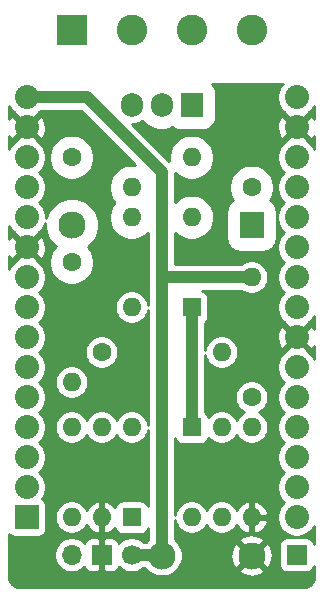
<source format=gbr>
G04 #@! TF.GenerationSoftware,KiCad,Pcbnew,5.1.5-52549c5~86~ubuntu18.04.1*
G04 #@! TF.CreationDate,2020-03-29T17:49:00+00:00*
G04 #@! TF.ProjectId,PWR,5057522e-6b69-4636-9164-5f7063625858,rev?*
G04 #@! TF.SameCoordinates,Original*
G04 #@! TF.FileFunction,Copper,L1,Top*
G04 #@! TF.FilePolarity,Positive*
%FSLAX46Y46*%
G04 Gerber Fmt 4.6, Leading zero omitted, Abs format (unit mm)*
G04 Created by KiCad (PCBNEW 5.1.5-52549c5~86~ubuntu18.04.1) date 2020-03-29 17:49:00*
%MOMM*%
%LPD*%
G04 APERTURE LIST*
%ADD10O,1.600000X1.600000*%
%ADD11R,1.600000X1.600000*%
%ADD12R,1.700000X1.700000*%
%ADD13C,1.700000*%
%ADD14C,2.032000*%
%ADD15R,2.032000X2.032000*%
%ADD16O,1.700000X1.700000*%
%ADD17C,2.300000*%
%ADD18R,2.000000X2.300000*%
%ADD19C,1.600000*%
%ADD20O,1.905000X2.000000*%
%ADD21R,1.905000X2.000000*%
%ADD22C,2.600000*%
%ADD23R,2.600000X2.600000*%
%ADD24C,1.000000*%
%ADD25C,0.250000*%
G04 APERTURE END LIST*
D10*
X142240000Y-121920000D03*
X147320000Y-114300000D03*
X144780000Y-121920000D03*
X144780000Y-114300000D03*
X147320000Y-121920000D03*
D11*
X142240000Y-114300000D03*
D12*
X151130000Y-125095000D03*
D13*
X137160000Y-125095000D03*
D14*
X151130000Y-119380000D03*
X151130000Y-114300000D03*
X151130000Y-116840000D03*
X151130000Y-96520000D03*
X151130000Y-99060000D03*
X151130000Y-104140000D03*
X151130000Y-101600000D03*
X151130000Y-86360000D03*
X151130000Y-106680000D03*
X151130000Y-111760000D03*
X151130000Y-109220000D03*
X151130000Y-93980000D03*
X151130000Y-88900000D03*
X151130000Y-91440000D03*
X151130000Y-121920000D03*
X128270000Y-86360000D03*
X128270000Y-88900000D03*
X128270000Y-91440000D03*
X128270000Y-93980000D03*
X128270000Y-96520000D03*
X128270000Y-99060000D03*
X128270000Y-101600000D03*
X128270000Y-104140000D03*
X128270000Y-106680000D03*
X128270000Y-109220000D03*
X128270000Y-111760000D03*
X128270000Y-114300000D03*
X128270000Y-116840000D03*
X128270000Y-119380000D03*
D15*
X128270000Y-121920000D03*
D16*
X132080000Y-125095000D03*
D12*
X134620000Y-125095000D03*
D17*
X139720000Y-125155000D03*
X132120000Y-97155000D03*
D18*
X147320000Y-97155000D03*
D17*
X147320000Y-125155000D03*
D10*
X147320000Y-101600000D03*
D19*
X147320000Y-111760000D03*
X134620000Y-107950000D03*
D10*
X144780000Y-107950000D03*
X137160000Y-93980000D03*
D19*
X147320000Y-93980000D03*
D10*
X132080000Y-110490000D03*
D19*
X132080000Y-100330000D03*
D10*
X142240000Y-91440000D03*
D19*
X132080000Y-91440000D03*
D11*
X142240000Y-104140000D03*
D10*
X137160000Y-96520000D03*
X137160000Y-104140000D03*
X142240000Y-96520000D03*
X137160000Y-114300000D03*
X132080000Y-121920000D03*
X134620000Y-114300000D03*
X134620000Y-121920000D03*
X132080000Y-114300000D03*
D11*
X137160000Y-121920000D03*
D20*
X137160000Y-86995000D03*
X139700000Y-86995000D03*
D21*
X142240000Y-86995000D03*
D22*
X147320000Y-80645000D03*
X142240000Y-80645000D03*
X137160000Y-80645000D03*
D23*
X132080000Y-80645000D03*
D24*
X142240000Y-114300000D02*
X142240000Y-104140000D01*
X137160000Y-125095000D02*
X138430000Y-125095000D01*
X138430000Y-125095000D02*
X139700000Y-125095000D01*
X147320000Y-101600000D02*
X139700000Y-101600000D01*
X139700000Y-101600000D02*
X139700000Y-92710000D01*
X139700000Y-92710000D02*
X133350000Y-86360000D01*
X133350000Y-86360000D02*
X128270000Y-86360000D01*
X139720000Y-123805000D02*
X139720000Y-125155000D01*
X139700000Y-111760000D02*
X139700000Y-123785000D01*
X139700000Y-123785000D02*
X139720000Y-123805000D01*
X139700000Y-111760000D02*
X139700000Y-101600000D01*
D25*
G36*
X149855352Y-85313924D02*
G01*
X149675765Y-85582695D01*
X149552063Y-85881338D01*
X149489000Y-86198376D01*
X149489000Y-86521624D01*
X149552063Y-86838662D01*
X149675765Y-87137305D01*
X149855352Y-87406076D01*
X150083924Y-87634648D01*
X150187453Y-87703824D01*
X150166604Y-87759828D01*
X151130000Y-88723223D01*
X152093396Y-87759828D01*
X152072547Y-87703824D01*
X152176076Y-87634648D01*
X152404648Y-87406076D01*
X152584235Y-87137305D01*
X152600001Y-87099243D01*
X152600001Y-88158818D01*
X152533655Y-88034694D01*
X152270172Y-87936604D01*
X151306777Y-88900000D01*
X152270172Y-89863396D01*
X152533655Y-89765306D01*
X152600001Y-89629442D01*
X152600001Y-90700757D01*
X152584235Y-90662695D01*
X152404648Y-90393924D01*
X152176076Y-90165352D01*
X152072547Y-90096176D01*
X152093396Y-90040172D01*
X151130000Y-89076777D01*
X150166604Y-90040172D01*
X150187453Y-90096176D01*
X150083924Y-90165352D01*
X149855352Y-90393924D01*
X149675765Y-90662695D01*
X149552063Y-90961338D01*
X149489000Y-91278376D01*
X149489000Y-91601624D01*
X149552063Y-91918662D01*
X149675765Y-92217305D01*
X149855352Y-92486076D01*
X150079276Y-92710000D01*
X149855352Y-92933924D01*
X149675765Y-93202695D01*
X149552063Y-93501338D01*
X149489000Y-93818376D01*
X149489000Y-94141624D01*
X149552063Y-94458662D01*
X149675765Y-94757305D01*
X149855352Y-95026076D01*
X150079276Y-95250000D01*
X149855352Y-95473924D01*
X149675765Y-95742695D01*
X149552063Y-96041338D01*
X149489000Y-96358376D01*
X149489000Y-96681624D01*
X149552063Y-96998662D01*
X149675765Y-97297305D01*
X149855352Y-97566076D01*
X150079276Y-97790000D01*
X149855352Y-98013924D01*
X149675765Y-98282695D01*
X149552063Y-98581338D01*
X149489000Y-98898376D01*
X149489000Y-99221624D01*
X149552063Y-99538662D01*
X149675765Y-99837305D01*
X149855352Y-100106076D01*
X150079276Y-100330000D01*
X149855352Y-100553924D01*
X149675765Y-100822695D01*
X149552063Y-101121338D01*
X149489000Y-101438376D01*
X149489000Y-101761624D01*
X149552063Y-102078662D01*
X149675765Y-102377305D01*
X149855352Y-102646076D01*
X150079276Y-102870000D01*
X149855352Y-103093924D01*
X149675765Y-103362695D01*
X149552063Y-103661338D01*
X149489000Y-103978376D01*
X149489000Y-104301624D01*
X149552063Y-104618662D01*
X149675765Y-104917305D01*
X149855352Y-105186076D01*
X150083924Y-105414648D01*
X150187453Y-105483824D01*
X150166604Y-105539828D01*
X151130000Y-106503223D01*
X152093396Y-105539828D01*
X152072547Y-105483824D01*
X152176076Y-105414648D01*
X152404648Y-105186076D01*
X152584235Y-104917305D01*
X152600000Y-104879245D01*
X152600000Y-105938817D01*
X152533655Y-105814694D01*
X152270172Y-105716604D01*
X151306777Y-106680000D01*
X152270172Y-107643396D01*
X152533655Y-107545306D01*
X152600000Y-107409443D01*
X152600000Y-108480755D01*
X152584235Y-108442695D01*
X152404648Y-108173924D01*
X152176076Y-107945352D01*
X152072547Y-107876176D01*
X152093396Y-107820172D01*
X151130000Y-106856777D01*
X150166604Y-107820172D01*
X150187453Y-107876176D01*
X150083924Y-107945352D01*
X149855352Y-108173924D01*
X149675765Y-108442695D01*
X149552063Y-108741338D01*
X149489000Y-109058376D01*
X149489000Y-109381624D01*
X149552063Y-109698662D01*
X149675765Y-109997305D01*
X149855352Y-110266076D01*
X150079276Y-110490000D01*
X149855352Y-110713924D01*
X149675765Y-110982695D01*
X149552063Y-111281338D01*
X149489000Y-111598376D01*
X149489000Y-111921624D01*
X149552063Y-112238662D01*
X149675765Y-112537305D01*
X149855352Y-112806076D01*
X150079276Y-113030000D01*
X149855352Y-113253924D01*
X149675765Y-113522695D01*
X149552063Y-113821338D01*
X149489000Y-114138376D01*
X149489000Y-114461624D01*
X149552063Y-114778662D01*
X149675765Y-115077305D01*
X149855352Y-115346076D01*
X150079276Y-115570000D01*
X149855352Y-115793924D01*
X149675765Y-116062695D01*
X149552063Y-116361338D01*
X149489000Y-116678376D01*
X149489000Y-117001624D01*
X149552063Y-117318662D01*
X149675765Y-117617305D01*
X149855352Y-117886076D01*
X150079276Y-118110000D01*
X149855352Y-118333924D01*
X149675765Y-118602695D01*
X149552063Y-118901338D01*
X149489000Y-119218376D01*
X149489000Y-119541624D01*
X149552063Y-119858662D01*
X149675765Y-120157305D01*
X149855352Y-120426076D01*
X150079276Y-120650000D01*
X149855352Y-120873924D01*
X149675765Y-121142695D01*
X149552063Y-121441338D01*
X149489000Y-121758376D01*
X149489000Y-122081624D01*
X149552063Y-122398662D01*
X149675765Y-122697305D01*
X149855352Y-122966076D01*
X150083924Y-123194648D01*
X150352695Y-123374235D01*
X150651338Y-123497937D01*
X150968376Y-123561000D01*
X151291624Y-123561000D01*
X151608662Y-123497937D01*
X151907305Y-123374235D01*
X152176076Y-123194648D01*
X152404648Y-122966076D01*
X152584235Y-122697305D01*
X152600000Y-122659245D01*
X152600000Y-124163530D01*
X152595957Y-124122479D01*
X152560219Y-124004666D01*
X152502183Y-123896089D01*
X152424080Y-123800920D01*
X152328911Y-123722817D01*
X152220334Y-123664781D01*
X152102521Y-123629043D01*
X151980000Y-123616976D01*
X150280000Y-123616976D01*
X150157479Y-123629043D01*
X150039666Y-123664781D01*
X149931089Y-123722817D01*
X149835920Y-123800920D01*
X149757817Y-123896089D01*
X149699781Y-124004666D01*
X149664043Y-124122479D01*
X149651976Y-124245000D01*
X149651976Y-125945000D01*
X149664043Y-126067521D01*
X149699781Y-126185334D01*
X149757817Y-126293911D01*
X149835920Y-126389080D01*
X149931089Y-126467183D01*
X150039666Y-126525219D01*
X150157479Y-126560957D01*
X150280000Y-126573024D01*
X151980000Y-126573024D01*
X152102521Y-126560957D01*
X152220334Y-126525219D01*
X152328911Y-126467183D01*
X152424080Y-126389080D01*
X152502183Y-126293911D01*
X152560219Y-126185334D01*
X152595957Y-126067521D01*
X152600000Y-126026471D01*
X152600000Y-126978724D01*
X152582051Y-127161779D01*
X152535066Y-127317399D01*
X152458750Y-127460929D01*
X152356011Y-127586899D01*
X152230757Y-127690519D01*
X152087770Y-127767832D01*
X151932479Y-127815903D01*
X151750775Y-127835000D01*
X127656276Y-127835000D01*
X127473221Y-127817051D01*
X127317601Y-127770066D01*
X127174071Y-127693750D01*
X127048101Y-127591011D01*
X126944481Y-127465757D01*
X126867168Y-127322770D01*
X126819097Y-127167479D01*
X126800000Y-126985775D01*
X126800000Y-124949725D01*
X130605000Y-124949725D01*
X130605000Y-125240275D01*
X130661683Y-125525242D01*
X130772872Y-125793675D01*
X130934293Y-126035258D01*
X131139742Y-126240707D01*
X131381325Y-126402128D01*
X131649758Y-126513317D01*
X131934725Y-126570000D01*
X132225275Y-126570000D01*
X132510242Y-126513317D01*
X132778675Y-126402128D01*
X133020258Y-126240707D01*
X133163213Y-126097752D01*
X133189781Y-126185334D01*
X133247817Y-126293911D01*
X133325920Y-126389080D01*
X133421089Y-126467183D01*
X133529666Y-126525219D01*
X133647479Y-126560957D01*
X133770000Y-126573024D01*
X134338750Y-126570000D01*
X134495000Y-126413750D01*
X134495000Y-125220000D01*
X134475000Y-125220000D01*
X134475000Y-124970000D01*
X134495000Y-124970000D01*
X134495000Y-123776250D01*
X134338750Y-123620000D01*
X133770000Y-123616976D01*
X133647479Y-123629043D01*
X133529666Y-123664781D01*
X133421089Y-123722817D01*
X133325920Y-123800920D01*
X133247817Y-123896089D01*
X133189781Y-124004666D01*
X133163213Y-124092248D01*
X133020258Y-123949293D01*
X132778675Y-123787872D01*
X132510242Y-123676683D01*
X132225275Y-123620000D01*
X131934725Y-123620000D01*
X131649758Y-123676683D01*
X131381325Y-123787872D01*
X131139742Y-123949293D01*
X130934293Y-124154742D01*
X130772872Y-124396325D01*
X130661683Y-124664758D01*
X130605000Y-124949725D01*
X126800000Y-124949725D01*
X126800000Y-123367992D01*
X126809920Y-123380080D01*
X126905089Y-123458183D01*
X127013666Y-123516219D01*
X127131479Y-123551957D01*
X127254000Y-123564024D01*
X129286000Y-123564024D01*
X129408521Y-123551957D01*
X129526334Y-123516219D01*
X129634911Y-123458183D01*
X129730080Y-123380080D01*
X129808183Y-123284911D01*
X129866219Y-123176334D01*
X129901957Y-123058521D01*
X129914024Y-122936000D01*
X129914024Y-121779650D01*
X130655000Y-121779650D01*
X130655000Y-122060350D01*
X130709762Y-122335657D01*
X130817181Y-122594991D01*
X130973130Y-122828385D01*
X131171615Y-123026870D01*
X131405009Y-123182819D01*
X131664343Y-123290238D01*
X131939650Y-123345000D01*
X132220350Y-123345000D01*
X132495657Y-123290238D01*
X132754991Y-123182819D01*
X132988385Y-123026870D01*
X133186870Y-122828385D01*
X133342819Y-122594991D01*
X133354442Y-122566930D01*
X133474980Y-122768274D01*
X133662471Y-122975357D01*
X133886760Y-123141883D01*
X134139227Y-123261453D01*
X134274479Y-123302476D01*
X134495000Y-123182577D01*
X134495000Y-122045000D01*
X134475000Y-122045000D01*
X134475000Y-121795000D01*
X134495000Y-121795000D01*
X134495000Y-120657423D01*
X134274479Y-120537524D01*
X134139227Y-120578547D01*
X133886760Y-120698117D01*
X133662471Y-120864643D01*
X133474980Y-121071726D01*
X133354442Y-121273070D01*
X133342819Y-121245009D01*
X133186870Y-121011615D01*
X132988385Y-120813130D01*
X132754991Y-120657181D01*
X132495657Y-120549762D01*
X132220350Y-120495000D01*
X131939650Y-120495000D01*
X131664343Y-120549762D01*
X131405009Y-120657181D01*
X131171615Y-120813130D01*
X130973130Y-121011615D01*
X130817181Y-121245009D01*
X130709762Y-121504343D01*
X130655000Y-121779650D01*
X129914024Y-121779650D01*
X129914024Y-120904000D01*
X129901957Y-120781479D01*
X129866219Y-120663666D01*
X129808183Y-120555089D01*
X129730080Y-120459920D01*
X129634911Y-120381817D01*
X129590192Y-120357914D01*
X129724235Y-120157305D01*
X129847937Y-119858662D01*
X129911000Y-119541624D01*
X129911000Y-119218376D01*
X129847937Y-118901338D01*
X129724235Y-118602695D01*
X129544648Y-118333924D01*
X129320724Y-118110000D01*
X129544648Y-117886076D01*
X129724235Y-117617305D01*
X129847937Y-117318662D01*
X129911000Y-117001624D01*
X129911000Y-116678376D01*
X129847937Y-116361338D01*
X129724235Y-116062695D01*
X129544648Y-115793924D01*
X129320724Y-115570000D01*
X129544648Y-115346076D01*
X129724235Y-115077305D01*
X129847937Y-114778662D01*
X129911000Y-114461624D01*
X129911000Y-114138376D01*
X129847937Y-113821338D01*
X129724235Y-113522695D01*
X129544648Y-113253924D01*
X129320724Y-113030000D01*
X129544648Y-112806076D01*
X129724235Y-112537305D01*
X129847937Y-112238662D01*
X129911000Y-111921624D01*
X129911000Y-111598376D01*
X129847937Y-111281338D01*
X129724235Y-110982695D01*
X129544648Y-110713924D01*
X129320724Y-110490000D01*
X129461074Y-110349650D01*
X130655000Y-110349650D01*
X130655000Y-110630350D01*
X130709762Y-110905657D01*
X130817181Y-111164991D01*
X130973130Y-111398385D01*
X131171615Y-111596870D01*
X131405009Y-111752819D01*
X131664343Y-111860238D01*
X131939650Y-111915000D01*
X132220350Y-111915000D01*
X132495657Y-111860238D01*
X132754991Y-111752819D01*
X132988385Y-111596870D01*
X133186870Y-111398385D01*
X133342819Y-111164991D01*
X133450238Y-110905657D01*
X133505000Y-110630350D01*
X133505000Y-110349650D01*
X133450238Y-110074343D01*
X133342819Y-109815009D01*
X133186870Y-109581615D01*
X132988385Y-109383130D01*
X132754991Y-109227181D01*
X132495657Y-109119762D01*
X132220350Y-109065000D01*
X131939650Y-109065000D01*
X131664343Y-109119762D01*
X131405009Y-109227181D01*
X131171615Y-109383130D01*
X130973130Y-109581615D01*
X130817181Y-109815009D01*
X130709762Y-110074343D01*
X130655000Y-110349650D01*
X129461074Y-110349650D01*
X129544648Y-110266076D01*
X129724235Y-109997305D01*
X129847937Y-109698662D01*
X129911000Y-109381624D01*
X129911000Y-109058376D01*
X129847937Y-108741338D01*
X129724235Y-108442695D01*
X129544648Y-108173924D01*
X129320724Y-107950000D01*
X129461074Y-107809650D01*
X133195000Y-107809650D01*
X133195000Y-108090350D01*
X133249762Y-108365657D01*
X133357181Y-108624991D01*
X133513130Y-108858385D01*
X133711615Y-109056870D01*
X133945009Y-109212819D01*
X134204343Y-109320238D01*
X134479650Y-109375000D01*
X134760350Y-109375000D01*
X135035657Y-109320238D01*
X135294991Y-109212819D01*
X135528385Y-109056870D01*
X135726870Y-108858385D01*
X135882819Y-108624991D01*
X135990238Y-108365657D01*
X136045000Y-108090350D01*
X136045000Y-107809650D01*
X135990238Y-107534343D01*
X135882819Y-107275009D01*
X135726870Y-107041615D01*
X135528385Y-106843130D01*
X135294991Y-106687181D01*
X135035657Y-106579762D01*
X134760350Y-106525000D01*
X134479650Y-106525000D01*
X134204343Y-106579762D01*
X133945009Y-106687181D01*
X133711615Y-106843130D01*
X133513130Y-107041615D01*
X133357181Y-107275009D01*
X133249762Y-107534343D01*
X133195000Y-107809650D01*
X129461074Y-107809650D01*
X129544648Y-107726076D01*
X129724235Y-107457305D01*
X129847937Y-107158662D01*
X129911000Y-106841624D01*
X129911000Y-106518376D01*
X129847937Y-106201338D01*
X129724235Y-105902695D01*
X129544648Y-105633924D01*
X129320724Y-105410000D01*
X129544648Y-105186076D01*
X129724235Y-104917305D01*
X129847937Y-104618662D01*
X129911000Y-104301624D01*
X129911000Y-103978376D01*
X129847937Y-103661338D01*
X129724235Y-103362695D01*
X129544648Y-103093924D01*
X129320724Y-102870000D01*
X129544648Y-102646076D01*
X129724235Y-102377305D01*
X129847937Y-102078662D01*
X129911000Y-101761624D01*
X129911000Y-101438376D01*
X129847937Y-101121338D01*
X129724235Y-100822695D01*
X129544648Y-100553924D01*
X129316076Y-100325352D01*
X129212547Y-100256176D01*
X129233396Y-100200172D01*
X128270000Y-99236777D01*
X127306604Y-100200172D01*
X127327453Y-100256176D01*
X127223924Y-100325352D01*
X126995352Y-100553924D01*
X126815765Y-100822695D01*
X126800000Y-100860755D01*
X126800000Y-99801184D01*
X126866345Y-99925306D01*
X127129828Y-100023396D01*
X128093223Y-99060000D01*
X128446777Y-99060000D01*
X129410172Y-100023396D01*
X129673655Y-99925306D01*
X129815497Y-99634840D01*
X129897946Y-99322283D01*
X129917835Y-98999647D01*
X129874398Y-98679330D01*
X129769305Y-98373642D01*
X129673655Y-98194694D01*
X129410172Y-98096604D01*
X128446777Y-99060000D01*
X128093223Y-99060000D01*
X127129828Y-98096604D01*
X126866345Y-98194694D01*
X126800000Y-98330556D01*
X126800000Y-97259245D01*
X126815765Y-97297305D01*
X126995352Y-97566076D01*
X127223924Y-97794648D01*
X127327453Y-97863824D01*
X127306604Y-97919828D01*
X128270000Y-98883223D01*
X129233396Y-97919828D01*
X129212547Y-97863824D01*
X129316076Y-97794648D01*
X129544648Y-97566076D01*
X129724235Y-97297305D01*
X129845000Y-97005753D01*
X129845000Y-97379068D01*
X129932427Y-97818593D01*
X130103921Y-98232617D01*
X130352892Y-98605228D01*
X130669772Y-98922108D01*
X130727175Y-98960464D01*
X130584755Y-99102884D01*
X130374087Y-99418171D01*
X130228977Y-99768498D01*
X130155000Y-100140404D01*
X130155000Y-100519596D01*
X130228977Y-100891502D01*
X130374087Y-101241829D01*
X130584755Y-101557116D01*
X130852884Y-101825245D01*
X131168171Y-102035913D01*
X131518498Y-102181023D01*
X131890404Y-102255000D01*
X132269596Y-102255000D01*
X132641502Y-102181023D01*
X132991829Y-102035913D01*
X133307116Y-101825245D01*
X133575245Y-101557116D01*
X133785913Y-101241829D01*
X133931023Y-100891502D01*
X134005000Y-100519596D01*
X134005000Y-100140404D01*
X133931023Y-99768498D01*
X133785913Y-99418171D01*
X133575245Y-99102884D01*
X133464868Y-98992507D01*
X133570228Y-98922108D01*
X133887108Y-98605228D01*
X134136079Y-98232617D01*
X134307573Y-97818593D01*
X134395000Y-97379068D01*
X134395000Y-96930932D01*
X134307573Y-96491407D01*
X134136079Y-96077383D01*
X133887108Y-95704772D01*
X133570228Y-95387892D01*
X133197617Y-95138921D01*
X132783593Y-94967427D01*
X132344068Y-94880000D01*
X131895932Y-94880000D01*
X131456407Y-94967427D01*
X131042383Y-95138921D01*
X130669772Y-95387892D01*
X130352892Y-95704772D01*
X130103921Y-96077383D01*
X129932427Y-96491407D01*
X129911000Y-96599128D01*
X129911000Y-96358376D01*
X129847937Y-96041338D01*
X129724235Y-95742695D01*
X129544648Y-95473924D01*
X129320724Y-95250000D01*
X129544648Y-95026076D01*
X129724235Y-94757305D01*
X129847937Y-94458662D01*
X129911000Y-94141624D01*
X129911000Y-93818376D01*
X129847937Y-93501338D01*
X129724235Y-93202695D01*
X129544648Y-92933924D01*
X129320724Y-92710000D01*
X129544648Y-92486076D01*
X129724235Y-92217305D01*
X129847937Y-91918662D01*
X129911000Y-91601624D01*
X129911000Y-91278376D01*
X129905437Y-91250404D01*
X130155000Y-91250404D01*
X130155000Y-91629596D01*
X130228977Y-92001502D01*
X130374087Y-92351829D01*
X130584755Y-92667116D01*
X130852884Y-92935245D01*
X131168171Y-93145913D01*
X131518498Y-93291023D01*
X131890404Y-93365000D01*
X132269596Y-93365000D01*
X132641502Y-93291023D01*
X132991829Y-93145913D01*
X133307116Y-92935245D01*
X133575245Y-92667116D01*
X133785913Y-92351829D01*
X133931023Y-92001502D01*
X134005000Y-91629596D01*
X134005000Y-91250404D01*
X133931023Y-90878498D01*
X133785913Y-90528171D01*
X133575245Y-90212884D01*
X133307116Y-89944755D01*
X132991829Y-89734087D01*
X132641502Y-89588977D01*
X132269596Y-89515000D01*
X131890404Y-89515000D01*
X131518498Y-89588977D01*
X131168171Y-89734087D01*
X130852884Y-89944755D01*
X130584755Y-90212884D01*
X130374087Y-90528171D01*
X130228977Y-90878498D01*
X130155000Y-91250404D01*
X129905437Y-91250404D01*
X129847937Y-90961338D01*
X129724235Y-90662695D01*
X129544648Y-90393924D01*
X129316076Y-90165352D01*
X129212547Y-90096176D01*
X129233396Y-90040172D01*
X128270000Y-89076777D01*
X127306604Y-90040172D01*
X127327453Y-90096176D01*
X127223924Y-90165352D01*
X126995352Y-90393924D01*
X126815765Y-90662695D01*
X126800000Y-90700755D01*
X126800000Y-89641184D01*
X126866345Y-89765306D01*
X127129828Y-89863396D01*
X128093223Y-88900000D01*
X128446777Y-88900000D01*
X129410172Y-89863396D01*
X129673655Y-89765306D01*
X129815497Y-89474840D01*
X129897946Y-89162283D01*
X129917835Y-88839647D01*
X129874398Y-88519330D01*
X129769305Y-88213642D01*
X129673655Y-88034694D01*
X129410172Y-87936604D01*
X128446777Y-88900000D01*
X128093223Y-88900000D01*
X127129828Y-87936604D01*
X126866345Y-88034694D01*
X126800000Y-88170556D01*
X126800000Y-87099245D01*
X126815765Y-87137305D01*
X126995352Y-87406076D01*
X127223924Y-87634648D01*
X127327453Y-87703824D01*
X127306604Y-87759828D01*
X128270000Y-88723223D01*
X129233396Y-87759828D01*
X129212547Y-87703824D01*
X129316076Y-87634648D01*
X129465724Y-87485000D01*
X132884011Y-87485000D01*
X137479937Y-92080926D01*
X137349596Y-92055000D01*
X136970404Y-92055000D01*
X136598498Y-92128977D01*
X136248171Y-92274087D01*
X135932884Y-92484755D01*
X135664755Y-92752884D01*
X135454087Y-93068171D01*
X135308977Y-93418498D01*
X135235000Y-93790404D01*
X135235000Y-94169596D01*
X135308977Y-94541502D01*
X135454087Y-94891829D01*
X135664755Y-95207116D01*
X135707639Y-95250000D01*
X135664755Y-95292884D01*
X135454087Y-95608171D01*
X135308977Y-95958498D01*
X135235000Y-96330404D01*
X135235000Y-96709596D01*
X135308977Y-97081502D01*
X135454087Y-97431829D01*
X135664755Y-97747116D01*
X135932884Y-98015245D01*
X136248171Y-98225913D01*
X136598498Y-98371023D01*
X136970404Y-98445000D01*
X137349596Y-98445000D01*
X137721502Y-98371023D01*
X138071829Y-98225913D01*
X138387116Y-98015245D01*
X138575000Y-97827361D01*
X138575000Y-101544736D01*
X138569557Y-101600000D01*
X138575001Y-101655274D01*
X138575001Y-103949380D01*
X138530238Y-103724343D01*
X138422819Y-103465009D01*
X138266870Y-103231615D01*
X138068385Y-103033130D01*
X137834991Y-102877181D01*
X137575657Y-102769762D01*
X137300350Y-102715000D01*
X137019650Y-102715000D01*
X136744343Y-102769762D01*
X136485009Y-102877181D01*
X136251615Y-103033130D01*
X136053130Y-103231615D01*
X135897181Y-103465009D01*
X135789762Y-103724343D01*
X135735000Y-103999650D01*
X135735000Y-104280350D01*
X135789762Y-104555657D01*
X135897181Y-104814991D01*
X136053130Y-105048385D01*
X136251615Y-105246870D01*
X136485009Y-105402819D01*
X136744343Y-105510238D01*
X137019650Y-105565000D01*
X137300350Y-105565000D01*
X137575657Y-105510238D01*
X137834991Y-105402819D01*
X138068385Y-105246870D01*
X138266870Y-105048385D01*
X138422819Y-104814991D01*
X138530238Y-104555657D01*
X138575001Y-104330620D01*
X138575000Y-111704736D01*
X138575000Y-114109378D01*
X138530238Y-113884343D01*
X138422819Y-113625009D01*
X138266870Y-113391615D01*
X138068385Y-113193130D01*
X137834991Y-113037181D01*
X137575657Y-112929762D01*
X137300350Y-112875000D01*
X137019650Y-112875000D01*
X136744343Y-112929762D01*
X136485009Y-113037181D01*
X136251615Y-113193130D01*
X136053130Y-113391615D01*
X135897181Y-113625009D01*
X135890000Y-113642346D01*
X135882819Y-113625009D01*
X135726870Y-113391615D01*
X135528385Y-113193130D01*
X135294991Y-113037181D01*
X135035657Y-112929762D01*
X134760350Y-112875000D01*
X134479650Y-112875000D01*
X134204343Y-112929762D01*
X133945009Y-113037181D01*
X133711615Y-113193130D01*
X133513130Y-113391615D01*
X133357181Y-113625009D01*
X133350000Y-113642346D01*
X133342819Y-113625009D01*
X133186870Y-113391615D01*
X132988385Y-113193130D01*
X132754991Y-113037181D01*
X132495657Y-112929762D01*
X132220350Y-112875000D01*
X131939650Y-112875000D01*
X131664343Y-112929762D01*
X131405009Y-113037181D01*
X131171615Y-113193130D01*
X130973130Y-113391615D01*
X130817181Y-113625009D01*
X130709762Y-113884343D01*
X130655000Y-114159650D01*
X130655000Y-114440350D01*
X130709762Y-114715657D01*
X130817181Y-114974991D01*
X130973130Y-115208385D01*
X131171615Y-115406870D01*
X131405009Y-115562819D01*
X131664343Y-115670238D01*
X131939650Y-115725000D01*
X132220350Y-115725000D01*
X132495657Y-115670238D01*
X132754991Y-115562819D01*
X132988385Y-115406870D01*
X133186870Y-115208385D01*
X133342819Y-114974991D01*
X133350000Y-114957654D01*
X133357181Y-114974991D01*
X133513130Y-115208385D01*
X133711615Y-115406870D01*
X133945009Y-115562819D01*
X134204343Y-115670238D01*
X134479650Y-115725000D01*
X134760350Y-115725000D01*
X135035657Y-115670238D01*
X135294991Y-115562819D01*
X135528385Y-115406870D01*
X135726870Y-115208385D01*
X135882819Y-114974991D01*
X135890000Y-114957654D01*
X135897181Y-114974991D01*
X136053130Y-115208385D01*
X136251615Y-115406870D01*
X136485009Y-115562819D01*
X136744343Y-115670238D01*
X137019650Y-115725000D01*
X137300350Y-115725000D01*
X137575657Y-115670238D01*
X137834991Y-115562819D01*
X138068385Y-115406870D01*
X138266870Y-115208385D01*
X138422819Y-114974991D01*
X138530238Y-114715657D01*
X138575000Y-114490622D01*
X138575001Y-120994327D01*
X138540219Y-120879666D01*
X138482183Y-120771089D01*
X138404080Y-120675920D01*
X138308911Y-120597817D01*
X138200334Y-120539781D01*
X138082521Y-120504043D01*
X137960000Y-120491976D01*
X136360000Y-120491976D01*
X136237479Y-120504043D01*
X136119666Y-120539781D01*
X136011089Y-120597817D01*
X135915920Y-120675920D01*
X135837817Y-120771089D01*
X135779781Y-120879666D01*
X135744043Y-120997479D01*
X135739506Y-121043546D01*
X135577529Y-120864643D01*
X135353240Y-120698117D01*
X135100773Y-120578547D01*
X134965521Y-120537524D01*
X134745000Y-120657423D01*
X134745000Y-121795000D01*
X134765000Y-121795000D01*
X134765000Y-122045000D01*
X134745000Y-122045000D01*
X134745000Y-123182577D01*
X134965521Y-123302476D01*
X135100773Y-123261453D01*
X135353240Y-123141883D01*
X135577529Y-122975357D01*
X135739506Y-122796454D01*
X135744043Y-122842521D01*
X135779781Y-122960334D01*
X135837817Y-123068911D01*
X135915920Y-123164080D01*
X136011089Y-123242183D01*
X136119666Y-123300219D01*
X136237479Y-123335957D01*
X136360000Y-123348024D01*
X137960000Y-123348024D01*
X138082521Y-123335957D01*
X138200334Y-123300219D01*
X138308911Y-123242183D01*
X138404080Y-123164080D01*
X138482183Y-123068911D01*
X138540219Y-122960334D01*
X138575001Y-122845673D01*
X138575001Y-123729729D01*
X138569557Y-123785000D01*
X138570473Y-123794299D01*
X138394772Y-123970000D01*
X138120965Y-123970000D01*
X138100258Y-123949293D01*
X137858675Y-123787872D01*
X137590242Y-123676683D01*
X137305275Y-123620000D01*
X137014725Y-123620000D01*
X136729758Y-123676683D01*
X136461325Y-123787872D01*
X136219742Y-123949293D01*
X136076787Y-124092248D01*
X136050219Y-124004666D01*
X135992183Y-123896089D01*
X135914080Y-123800920D01*
X135818911Y-123722817D01*
X135710334Y-123664781D01*
X135592521Y-123629043D01*
X135470000Y-123616976D01*
X134901250Y-123620000D01*
X134745000Y-123776250D01*
X134745000Y-124970000D01*
X134765000Y-124970000D01*
X134765000Y-125220000D01*
X134745000Y-125220000D01*
X134745000Y-126413750D01*
X134901250Y-126570000D01*
X135470000Y-126573024D01*
X135592521Y-126560957D01*
X135710334Y-126525219D01*
X135818911Y-126467183D01*
X135914080Y-126389080D01*
X135992183Y-126293911D01*
X136050219Y-126185334D01*
X136076787Y-126097752D01*
X136219742Y-126240707D01*
X136461325Y-126402128D01*
X136729758Y-126513317D01*
X137014725Y-126570000D01*
X137305275Y-126570000D01*
X137590242Y-126513317D01*
X137858675Y-126402128D01*
X138100258Y-126240707D01*
X138120965Y-126220000D01*
X138296837Y-126220000D01*
X138341268Y-126286496D01*
X138588504Y-126533732D01*
X138879222Y-126727984D01*
X139202252Y-126861787D01*
X139545178Y-126930000D01*
X139894822Y-126930000D01*
X140237748Y-126861787D01*
X140560778Y-126727984D01*
X140851496Y-126533732D01*
X140994538Y-126390690D01*
X146261086Y-126390690D01*
X146375339Y-126667878D01*
X146688638Y-126823103D01*
X147026201Y-126914223D01*
X147375053Y-126937737D01*
X147721790Y-126892742D01*
X148053087Y-126780967D01*
X148264661Y-126667878D01*
X148378914Y-126390690D01*
X147320000Y-125331777D01*
X146261086Y-126390690D01*
X140994538Y-126390690D01*
X141098732Y-126286496D01*
X141292984Y-125995778D01*
X141426787Y-125672748D01*
X141495000Y-125329822D01*
X141495000Y-125210053D01*
X145537263Y-125210053D01*
X145582258Y-125556790D01*
X145694033Y-125888087D01*
X145807122Y-126099661D01*
X146084310Y-126213914D01*
X147143223Y-125155000D01*
X147496777Y-125155000D01*
X148555690Y-126213914D01*
X148832878Y-126099661D01*
X148988103Y-125786362D01*
X149079223Y-125448799D01*
X149102737Y-125099947D01*
X149057742Y-124753210D01*
X148945967Y-124421913D01*
X148832878Y-124210339D01*
X148555690Y-124096086D01*
X147496777Y-125155000D01*
X147143223Y-125155000D01*
X146084310Y-124096086D01*
X145807122Y-124210339D01*
X145651897Y-124523638D01*
X145560777Y-124861201D01*
X145537263Y-125210053D01*
X141495000Y-125210053D01*
X141495000Y-124980178D01*
X141426787Y-124637252D01*
X141292984Y-124314222D01*
X141098732Y-124023504D01*
X140994538Y-123919310D01*
X146261086Y-123919310D01*
X147320000Y-124978223D01*
X148378914Y-123919310D01*
X148264661Y-123642122D01*
X147951362Y-123486897D01*
X147613799Y-123395777D01*
X147264947Y-123372263D01*
X146918210Y-123417258D01*
X146586913Y-123529033D01*
X146375339Y-123642122D01*
X146261086Y-123919310D01*
X140994538Y-123919310D01*
X140851496Y-123776268D01*
X140847339Y-123773490D01*
X140845000Y-123749745D01*
X140845000Y-123749736D01*
X140828722Y-123584462D01*
X140825000Y-123572192D01*
X140825000Y-122110623D01*
X140869762Y-122335657D01*
X140977181Y-122594991D01*
X141133130Y-122828385D01*
X141331615Y-123026870D01*
X141565009Y-123182819D01*
X141824343Y-123290238D01*
X142099650Y-123345000D01*
X142380350Y-123345000D01*
X142655657Y-123290238D01*
X142914991Y-123182819D01*
X143148385Y-123026870D01*
X143346870Y-122828385D01*
X143502819Y-122594991D01*
X143510000Y-122577654D01*
X143517181Y-122594991D01*
X143673130Y-122828385D01*
X143871615Y-123026870D01*
X144105009Y-123182819D01*
X144364343Y-123290238D01*
X144639650Y-123345000D01*
X144920350Y-123345000D01*
X145195657Y-123290238D01*
X145454991Y-123182819D01*
X145688385Y-123026870D01*
X145886870Y-122828385D01*
X146042819Y-122594991D01*
X146054442Y-122566930D01*
X146174980Y-122768274D01*
X146362471Y-122975357D01*
X146586760Y-123141883D01*
X146839227Y-123261453D01*
X146974479Y-123302476D01*
X147195000Y-123182577D01*
X147195000Y-122045000D01*
X147445000Y-122045000D01*
X147445000Y-123182577D01*
X147665521Y-123302476D01*
X147800773Y-123261453D01*
X148053240Y-123141883D01*
X148277529Y-122975357D01*
X148465020Y-122768274D01*
X148608509Y-122528592D01*
X148702481Y-122265522D01*
X148583262Y-122045000D01*
X147445000Y-122045000D01*
X147195000Y-122045000D01*
X147175000Y-122045000D01*
X147175000Y-121795000D01*
X147195000Y-121795000D01*
X147195000Y-120657423D01*
X147445000Y-120657423D01*
X147445000Y-121795000D01*
X148583262Y-121795000D01*
X148702481Y-121574478D01*
X148608509Y-121311408D01*
X148465020Y-121071726D01*
X148277529Y-120864643D01*
X148053240Y-120698117D01*
X147800773Y-120578547D01*
X147665521Y-120537524D01*
X147445000Y-120657423D01*
X147195000Y-120657423D01*
X146974479Y-120537524D01*
X146839227Y-120578547D01*
X146586760Y-120698117D01*
X146362471Y-120864643D01*
X146174980Y-121071726D01*
X146054442Y-121273070D01*
X146042819Y-121245009D01*
X145886870Y-121011615D01*
X145688385Y-120813130D01*
X145454991Y-120657181D01*
X145195657Y-120549762D01*
X144920350Y-120495000D01*
X144639650Y-120495000D01*
X144364343Y-120549762D01*
X144105009Y-120657181D01*
X143871615Y-120813130D01*
X143673130Y-121011615D01*
X143517181Y-121245009D01*
X143510000Y-121262346D01*
X143502819Y-121245009D01*
X143346870Y-121011615D01*
X143148385Y-120813130D01*
X142914991Y-120657181D01*
X142655657Y-120549762D01*
X142380350Y-120495000D01*
X142099650Y-120495000D01*
X141824343Y-120549762D01*
X141565009Y-120657181D01*
X141331615Y-120813130D01*
X141133130Y-121011615D01*
X140977181Y-121245009D01*
X140869762Y-121504343D01*
X140825000Y-121729377D01*
X140825000Y-115225676D01*
X140859781Y-115340334D01*
X140917817Y-115448911D01*
X140995920Y-115544080D01*
X141091089Y-115622183D01*
X141199666Y-115680219D01*
X141317479Y-115715957D01*
X141440000Y-115728024D01*
X143040000Y-115728024D01*
X143162521Y-115715957D01*
X143280334Y-115680219D01*
X143388911Y-115622183D01*
X143484080Y-115544080D01*
X143562183Y-115448911D01*
X143620219Y-115340334D01*
X143655957Y-115222521D01*
X143659377Y-115187801D01*
X143673130Y-115208385D01*
X143871615Y-115406870D01*
X144105009Y-115562819D01*
X144364343Y-115670238D01*
X144639650Y-115725000D01*
X144920350Y-115725000D01*
X145195657Y-115670238D01*
X145454991Y-115562819D01*
X145688385Y-115406870D01*
X145886870Y-115208385D01*
X146042819Y-114974991D01*
X146050000Y-114957654D01*
X146057181Y-114974991D01*
X146213130Y-115208385D01*
X146411615Y-115406870D01*
X146645009Y-115562819D01*
X146904343Y-115670238D01*
X147179650Y-115725000D01*
X147460350Y-115725000D01*
X147735657Y-115670238D01*
X147994991Y-115562819D01*
X148228385Y-115406870D01*
X148426870Y-115208385D01*
X148582819Y-114974991D01*
X148690238Y-114715657D01*
X148745000Y-114440350D01*
X148745000Y-114159650D01*
X148690238Y-113884343D01*
X148582819Y-113625009D01*
X148426870Y-113391615D01*
X148228385Y-113193130D01*
X147994991Y-113037181D01*
X147977654Y-113030000D01*
X147994991Y-113022819D01*
X148228385Y-112866870D01*
X148426870Y-112668385D01*
X148582819Y-112434991D01*
X148690238Y-112175657D01*
X148745000Y-111900350D01*
X148745000Y-111619650D01*
X148690238Y-111344343D01*
X148582819Y-111085009D01*
X148426870Y-110851615D01*
X148228385Y-110653130D01*
X147994991Y-110497181D01*
X147735657Y-110389762D01*
X147460350Y-110335000D01*
X147179650Y-110335000D01*
X146904343Y-110389762D01*
X146645009Y-110497181D01*
X146411615Y-110653130D01*
X146213130Y-110851615D01*
X146057181Y-111085009D01*
X145949762Y-111344343D01*
X145895000Y-111619650D01*
X145895000Y-111900350D01*
X145949762Y-112175657D01*
X146057181Y-112434991D01*
X146213130Y-112668385D01*
X146411615Y-112866870D01*
X146645009Y-113022819D01*
X146662346Y-113030000D01*
X146645009Y-113037181D01*
X146411615Y-113193130D01*
X146213130Y-113391615D01*
X146057181Y-113625009D01*
X146050000Y-113642346D01*
X146042819Y-113625009D01*
X145886870Y-113391615D01*
X145688385Y-113193130D01*
X145454991Y-113037181D01*
X145195657Y-112929762D01*
X144920350Y-112875000D01*
X144639650Y-112875000D01*
X144364343Y-112929762D01*
X144105009Y-113037181D01*
X143871615Y-113193130D01*
X143673130Y-113391615D01*
X143659377Y-113412199D01*
X143655957Y-113377479D01*
X143620219Y-113259666D01*
X143562183Y-113151089D01*
X143484080Y-113055920D01*
X143388911Y-112977817D01*
X143365000Y-112965036D01*
X143365000Y-108140623D01*
X143409762Y-108365657D01*
X143517181Y-108624991D01*
X143673130Y-108858385D01*
X143871615Y-109056870D01*
X144105009Y-109212819D01*
X144364343Y-109320238D01*
X144639650Y-109375000D01*
X144920350Y-109375000D01*
X145195657Y-109320238D01*
X145454991Y-109212819D01*
X145688385Y-109056870D01*
X145886870Y-108858385D01*
X146042819Y-108624991D01*
X146150238Y-108365657D01*
X146205000Y-108090350D01*
X146205000Y-107809650D01*
X146150238Y-107534343D01*
X146042819Y-107275009D01*
X145886870Y-107041615D01*
X145688385Y-106843130D01*
X145534569Y-106740353D01*
X149482165Y-106740353D01*
X149525602Y-107060670D01*
X149630695Y-107366358D01*
X149726345Y-107545306D01*
X149989828Y-107643396D01*
X150953223Y-106680000D01*
X149989828Y-105716604D01*
X149726345Y-105814694D01*
X149584503Y-106105160D01*
X149502054Y-106417717D01*
X149482165Y-106740353D01*
X145534569Y-106740353D01*
X145454991Y-106687181D01*
X145195657Y-106579762D01*
X144920350Y-106525000D01*
X144639650Y-106525000D01*
X144364343Y-106579762D01*
X144105009Y-106687181D01*
X143871615Y-106843130D01*
X143673130Y-107041615D01*
X143517181Y-107275009D01*
X143409762Y-107534343D01*
X143365000Y-107759377D01*
X143365000Y-105474964D01*
X143388911Y-105462183D01*
X143484080Y-105384080D01*
X143562183Y-105288911D01*
X143620219Y-105180334D01*
X143655957Y-105062521D01*
X143668024Y-104940000D01*
X143668024Y-103340000D01*
X143655957Y-103217479D01*
X143620219Y-103099666D01*
X143562183Y-102991089D01*
X143484080Y-102895920D01*
X143388911Y-102817817D01*
X143280334Y-102759781D01*
X143165676Y-102725000D01*
X146438748Y-102725000D01*
X146645009Y-102862819D01*
X146904343Y-102970238D01*
X147179650Y-103025000D01*
X147460350Y-103025000D01*
X147735657Y-102970238D01*
X147994991Y-102862819D01*
X148228385Y-102706870D01*
X148426870Y-102508385D01*
X148582819Y-102274991D01*
X148690238Y-102015657D01*
X148745000Y-101740350D01*
X148745000Y-101459650D01*
X148690238Y-101184343D01*
X148582819Y-100925009D01*
X148426870Y-100691615D01*
X148228385Y-100493130D01*
X147994991Y-100337181D01*
X147735657Y-100229762D01*
X147460350Y-100175000D01*
X147179650Y-100175000D01*
X146904343Y-100229762D01*
X146645009Y-100337181D01*
X146438748Y-100475000D01*
X140825000Y-100475000D01*
X140825000Y-97827361D01*
X141012884Y-98015245D01*
X141328171Y-98225913D01*
X141678498Y-98371023D01*
X142050404Y-98445000D01*
X142429596Y-98445000D01*
X142801502Y-98371023D01*
X143151829Y-98225913D01*
X143467116Y-98015245D01*
X143735245Y-97747116D01*
X143945913Y-97431829D01*
X144091023Y-97081502D01*
X144165000Y-96709596D01*
X144165000Y-96330404D01*
X144100273Y-96005000D01*
X145189557Y-96005000D01*
X145189557Y-98305000D01*
X145211278Y-98525538D01*
X145275607Y-98737602D01*
X145380071Y-98933040D01*
X145520656Y-99104344D01*
X145691960Y-99244929D01*
X145887398Y-99349393D01*
X146099462Y-99413722D01*
X146320000Y-99435443D01*
X148320000Y-99435443D01*
X148540538Y-99413722D01*
X148752602Y-99349393D01*
X148948040Y-99244929D01*
X149119344Y-99104344D01*
X149259929Y-98933040D01*
X149364393Y-98737602D01*
X149428722Y-98525538D01*
X149450443Y-98305000D01*
X149450443Y-96005000D01*
X149428722Y-95784462D01*
X149364393Y-95572398D01*
X149259929Y-95376960D01*
X149119344Y-95205656D01*
X148948040Y-95065071D01*
X148920126Y-95050151D01*
X149025913Y-94891829D01*
X149171023Y-94541502D01*
X149245000Y-94169596D01*
X149245000Y-93790404D01*
X149171023Y-93418498D01*
X149025913Y-93068171D01*
X148815245Y-92752884D01*
X148547116Y-92484755D01*
X148231829Y-92274087D01*
X147881502Y-92128977D01*
X147509596Y-92055000D01*
X147130404Y-92055000D01*
X146758498Y-92128977D01*
X146408171Y-92274087D01*
X146092884Y-92484755D01*
X145824755Y-92752884D01*
X145614087Y-93068171D01*
X145468977Y-93418498D01*
X145395000Y-93790404D01*
X145395000Y-94169596D01*
X145468977Y-94541502D01*
X145614087Y-94891829D01*
X145719874Y-95050151D01*
X145691960Y-95065071D01*
X145520656Y-95205656D01*
X145380071Y-95376960D01*
X145275607Y-95572398D01*
X145211278Y-95784462D01*
X145189557Y-96005000D01*
X144100273Y-96005000D01*
X144091023Y-95958498D01*
X143945913Y-95608171D01*
X143735245Y-95292884D01*
X143467116Y-95024755D01*
X143151829Y-94814087D01*
X142801502Y-94668977D01*
X142429596Y-94595000D01*
X142050404Y-94595000D01*
X141678498Y-94668977D01*
X141328171Y-94814087D01*
X141012884Y-95024755D01*
X140825000Y-95212639D01*
X140825000Y-92765261D01*
X140826605Y-92748966D01*
X141012884Y-92935245D01*
X141328171Y-93145913D01*
X141678498Y-93291023D01*
X142050404Y-93365000D01*
X142429596Y-93365000D01*
X142801502Y-93291023D01*
X143151829Y-93145913D01*
X143467116Y-92935245D01*
X143735245Y-92667116D01*
X143945913Y-92351829D01*
X144091023Y-92001502D01*
X144165000Y-91629596D01*
X144165000Y-91250404D01*
X144091023Y-90878498D01*
X143945913Y-90528171D01*
X143735245Y-90212884D01*
X143467116Y-89944755D01*
X143151829Y-89734087D01*
X142801502Y-89588977D01*
X142429596Y-89515000D01*
X142050404Y-89515000D01*
X141678498Y-89588977D01*
X141328171Y-89734087D01*
X141012884Y-89944755D01*
X140744755Y-90212884D01*
X140534087Y-90528171D01*
X140388977Y-90878498D01*
X140315000Y-91250404D01*
X140315000Y-91629596D01*
X140340926Y-91759936D01*
X137204262Y-88623273D01*
X137469243Y-88597174D01*
X137766603Y-88506971D01*
X138040651Y-88360489D01*
X138072590Y-88334277D01*
X138223878Y-88518622D01*
X138540218Y-88778236D01*
X138901128Y-88971147D01*
X139292739Y-89089940D01*
X139700000Y-89130052D01*
X140107260Y-89089940D01*
X140498871Y-88971147D01*
X140622846Y-88904881D01*
X140659460Y-88934929D01*
X140854898Y-89039393D01*
X141066962Y-89103722D01*
X141287500Y-89125443D01*
X143192500Y-89125443D01*
X143413038Y-89103722D01*
X143625102Y-89039393D01*
X143772975Y-88960353D01*
X149482165Y-88960353D01*
X149525602Y-89280670D01*
X149630695Y-89586358D01*
X149726345Y-89765306D01*
X149989828Y-89863396D01*
X150953223Y-88900000D01*
X149989828Y-87936604D01*
X149726345Y-88034694D01*
X149584503Y-88325160D01*
X149502054Y-88637717D01*
X149482165Y-88960353D01*
X143772975Y-88960353D01*
X143820540Y-88934929D01*
X143991844Y-88794344D01*
X144132429Y-88623040D01*
X144236893Y-88427602D01*
X144301222Y-88215538D01*
X144322943Y-87995000D01*
X144322943Y-85995000D01*
X144301222Y-85774462D01*
X144236893Y-85562398D01*
X144132429Y-85366960D01*
X144007719Y-85215000D01*
X149954276Y-85215000D01*
X149855352Y-85313924D01*
G37*
X149855352Y-85313924D02*
X149675765Y-85582695D01*
X149552063Y-85881338D01*
X149489000Y-86198376D01*
X149489000Y-86521624D01*
X149552063Y-86838662D01*
X149675765Y-87137305D01*
X149855352Y-87406076D01*
X150083924Y-87634648D01*
X150187453Y-87703824D01*
X150166604Y-87759828D01*
X151130000Y-88723223D01*
X152093396Y-87759828D01*
X152072547Y-87703824D01*
X152176076Y-87634648D01*
X152404648Y-87406076D01*
X152584235Y-87137305D01*
X152600001Y-87099243D01*
X152600001Y-88158818D01*
X152533655Y-88034694D01*
X152270172Y-87936604D01*
X151306777Y-88900000D01*
X152270172Y-89863396D01*
X152533655Y-89765306D01*
X152600001Y-89629442D01*
X152600001Y-90700757D01*
X152584235Y-90662695D01*
X152404648Y-90393924D01*
X152176076Y-90165352D01*
X152072547Y-90096176D01*
X152093396Y-90040172D01*
X151130000Y-89076777D01*
X150166604Y-90040172D01*
X150187453Y-90096176D01*
X150083924Y-90165352D01*
X149855352Y-90393924D01*
X149675765Y-90662695D01*
X149552063Y-90961338D01*
X149489000Y-91278376D01*
X149489000Y-91601624D01*
X149552063Y-91918662D01*
X149675765Y-92217305D01*
X149855352Y-92486076D01*
X150079276Y-92710000D01*
X149855352Y-92933924D01*
X149675765Y-93202695D01*
X149552063Y-93501338D01*
X149489000Y-93818376D01*
X149489000Y-94141624D01*
X149552063Y-94458662D01*
X149675765Y-94757305D01*
X149855352Y-95026076D01*
X150079276Y-95250000D01*
X149855352Y-95473924D01*
X149675765Y-95742695D01*
X149552063Y-96041338D01*
X149489000Y-96358376D01*
X149489000Y-96681624D01*
X149552063Y-96998662D01*
X149675765Y-97297305D01*
X149855352Y-97566076D01*
X150079276Y-97790000D01*
X149855352Y-98013924D01*
X149675765Y-98282695D01*
X149552063Y-98581338D01*
X149489000Y-98898376D01*
X149489000Y-99221624D01*
X149552063Y-99538662D01*
X149675765Y-99837305D01*
X149855352Y-100106076D01*
X150079276Y-100330000D01*
X149855352Y-100553924D01*
X149675765Y-100822695D01*
X149552063Y-101121338D01*
X149489000Y-101438376D01*
X149489000Y-101761624D01*
X149552063Y-102078662D01*
X149675765Y-102377305D01*
X149855352Y-102646076D01*
X150079276Y-102870000D01*
X149855352Y-103093924D01*
X149675765Y-103362695D01*
X149552063Y-103661338D01*
X149489000Y-103978376D01*
X149489000Y-104301624D01*
X149552063Y-104618662D01*
X149675765Y-104917305D01*
X149855352Y-105186076D01*
X150083924Y-105414648D01*
X150187453Y-105483824D01*
X150166604Y-105539828D01*
X151130000Y-106503223D01*
X152093396Y-105539828D01*
X152072547Y-105483824D01*
X152176076Y-105414648D01*
X152404648Y-105186076D01*
X152584235Y-104917305D01*
X152600000Y-104879245D01*
X152600000Y-105938817D01*
X152533655Y-105814694D01*
X152270172Y-105716604D01*
X151306777Y-106680000D01*
X152270172Y-107643396D01*
X152533655Y-107545306D01*
X152600000Y-107409443D01*
X152600000Y-108480755D01*
X152584235Y-108442695D01*
X152404648Y-108173924D01*
X152176076Y-107945352D01*
X152072547Y-107876176D01*
X152093396Y-107820172D01*
X151130000Y-106856777D01*
X150166604Y-107820172D01*
X150187453Y-107876176D01*
X150083924Y-107945352D01*
X149855352Y-108173924D01*
X149675765Y-108442695D01*
X149552063Y-108741338D01*
X149489000Y-109058376D01*
X149489000Y-109381624D01*
X149552063Y-109698662D01*
X149675765Y-109997305D01*
X149855352Y-110266076D01*
X150079276Y-110490000D01*
X149855352Y-110713924D01*
X149675765Y-110982695D01*
X149552063Y-111281338D01*
X149489000Y-111598376D01*
X149489000Y-111921624D01*
X149552063Y-112238662D01*
X149675765Y-112537305D01*
X149855352Y-112806076D01*
X150079276Y-113030000D01*
X149855352Y-113253924D01*
X149675765Y-113522695D01*
X149552063Y-113821338D01*
X149489000Y-114138376D01*
X149489000Y-114461624D01*
X149552063Y-114778662D01*
X149675765Y-115077305D01*
X149855352Y-115346076D01*
X150079276Y-115570000D01*
X149855352Y-115793924D01*
X149675765Y-116062695D01*
X149552063Y-116361338D01*
X149489000Y-116678376D01*
X149489000Y-117001624D01*
X149552063Y-117318662D01*
X149675765Y-117617305D01*
X149855352Y-117886076D01*
X150079276Y-118110000D01*
X149855352Y-118333924D01*
X149675765Y-118602695D01*
X149552063Y-118901338D01*
X149489000Y-119218376D01*
X149489000Y-119541624D01*
X149552063Y-119858662D01*
X149675765Y-120157305D01*
X149855352Y-120426076D01*
X150079276Y-120650000D01*
X149855352Y-120873924D01*
X149675765Y-121142695D01*
X149552063Y-121441338D01*
X149489000Y-121758376D01*
X149489000Y-122081624D01*
X149552063Y-122398662D01*
X149675765Y-122697305D01*
X149855352Y-122966076D01*
X150083924Y-123194648D01*
X150352695Y-123374235D01*
X150651338Y-123497937D01*
X150968376Y-123561000D01*
X151291624Y-123561000D01*
X151608662Y-123497937D01*
X151907305Y-123374235D01*
X152176076Y-123194648D01*
X152404648Y-122966076D01*
X152584235Y-122697305D01*
X152600000Y-122659245D01*
X152600000Y-124163530D01*
X152595957Y-124122479D01*
X152560219Y-124004666D01*
X152502183Y-123896089D01*
X152424080Y-123800920D01*
X152328911Y-123722817D01*
X152220334Y-123664781D01*
X152102521Y-123629043D01*
X151980000Y-123616976D01*
X150280000Y-123616976D01*
X150157479Y-123629043D01*
X150039666Y-123664781D01*
X149931089Y-123722817D01*
X149835920Y-123800920D01*
X149757817Y-123896089D01*
X149699781Y-124004666D01*
X149664043Y-124122479D01*
X149651976Y-124245000D01*
X149651976Y-125945000D01*
X149664043Y-126067521D01*
X149699781Y-126185334D01*
X149757817Y-126293911D01*
X149835920Y-126389080D01*
X149931089Y-126467183D01*
X150039666Y-126525219D01*
X150157479Y-126560957D01*
X150280000Y-126573024D01*
X151980000Y-126573024D01*
X152102521Y-126560957D01*
X152220334Y-126525219D01*
X152328911Y-126467183D01*
X152424080Y-126389080D01*
X152502183Y-126293911D01*
X152560219Y-126185334D01*
X152595957Y-126067521D01*
X152600000Y-126026471D01*
X152600000Y-126978724D01*
X152582051Y-127161779D01*
X152535066Y-127317399D01*
X152458750Y-127460929D01*
X152356011Y-127586899D01*
X152230757Y-127690519D01*
X152087770Y-127767832D01*
X151932479Y-127815903D01*
X151750775Y-127835000D01*
X127656276Y-127835000D01*
X127473221Y-127817051D01*
X127317601Y-127770066D01*
X127174071Y-127693750D01*
X127048101Y-127591011D01*
X126944481Y-127465757D01*
X126867168Y-127322770D01*
X126819097Y-127167479D01*
X126800000Y-126985775D01*
X126800000Y-124949725D01*
X130605000Y-124949725D01*
X130605000Y-125240275D01*
X130661683Y-125525242D01*
X130772872Y-125793675D01*
X130934293Y-126035258D01*
X131139742Y-126240707D01*
X131381325Y-126402128D01*
X131649758Y-126513317D01*
X131934725Y-126570000D01*
X132225275Y-126570000D01*
X132510242Y-126513317D01*
X132778675Y-126402128D01*
X133020258Y-126240707D01*
X133163213Y-126097752D01*
X133189781Y-126185334D01*
X133247817Y-126293911D01*
X133325920Y-126389080D01*
X133421089Y-126467183D01*
X133529666Y-126525219D01*
X133647479Y-126560957D01*
X133770000Y-126573024D01*
X134338750Y-126570000D01*
X134495000Y-126413750D01*
X134495000Y-125220000D01*
X134475000Y-125220000D01*
X134475000Y-124970000D01*
X134495000Y-124970000D01*
X134495000Y-123776250D01*
X134338750Y-123620000D01*
X133770000Y-123616976D01*
X133647479Y-123629043D01*
X133529666Y-123664781D01*
X133421089Y-123722817D01*
X133325920Y-123800920D01*
X133247817Y-123896089D01*
X133189781Y-124004666D01*
X133163213Y-124092248D01*
X133020258Y-123949293D01*
X132778675Y-123787872D01*
X132510242Y-123676683D01*
X132225275Y-123620000D01*
X131934725Y-123620000D01*
X131649758Y-123676683D01*
X131381325Y-123787872D01*
X131139742Y-123949293D01*
X130934293Y-124154742D01*
X130772872Y-124396325D01*
X130661683Y-124664758D01*
X130605000Y-124949725D01*
X126800000Y-124949725D01*
X126800000Y-123367992D01*
X126809920Y-123380080D01*
X126905089Y-123458183D01*
X127013666Y-123516219D01*
X127131479Y-123551957D01*
X127254000Y-123564024D01*
X129286000Y-123564024D01*
X129408521Y-123551957D01*
X129526334Y-123516219D01*
X129634911Y-123458183D01*
X129730080Y-123380080D01*
X129808183Y-123284911D01*
X129866219Y-123176334D01*
X129901957Y-123058521D01*
X129914024Y-122936000D01*
X129914024Y-121779650D01*
X130655000Y-121779650D01*
X130655000Y-122060350D01*
X130709762Y-122335657D01*
X130817181Y-122594991D01*
X130973130Y-122828385D01*
X131171615Y-123026870D01*
X131405009Y-123182819D01*
X131664343Y-123290238D01*
X131939650Y-123345000D01*
X132220350Y-123345000D01*
X132495657Y-123290238D01*
X132754991Y-123182819D01*
X132988385Y-123026870D01*
X133186870Y-122828385D01*
X133342819Y-122594991D01*
X133354442Y-122566930D01*
X133474980Y-122768274D01*
X133662471Y-122975357D01*
X133886760Y-123141883D01*
X134139227Y-123261453D01*
X134274479Y-123302476D01*
X134495000Y-123182577D01*
X134495000Y-122045000D01*
X134475000Y-122045000D01*
X134475000Y-121795000D01*
X134495000Y-121795000D01*
X134495000Y-120657423D01*
X134274479Y-120537524D01*
X134139227Y-120578547D01*
X133886760Y-120698117D01*
X133662471Y-120864643D01*
X133474980Y-121071726D01*
X133354442Y-121273070D01*
X133342819Y-121245009D01*
X133186870Y-121011615D01*
X132988385Y-120813130D01*
X132754991Y-120657181D01*
X132495657Y-120549762D01*
X132220350Y-120495000D01*
X131939650Y-120495000D01*
X131664343Y-120549762D01*
X131405009Y-120657181D01*
X131171615Y-120813130D01*
X130973130Y-121011615D01*
X130817181Y-121245009D01*
X130709762Y-121504343D01*
X130655000Y-121779650D01*
X129914024Y-121779650D01*
X129914024Y-120904000D01*
X129901957Y-120781479D01*
X129866219Y-120663666D01*
X129808183Y-120555089D01*
X129730080Y-120459920D01*
X129634911Y-120381817D01*
X129590192Y-120357914D01*
X129724235Y-120157305D01*
X129847937Y-119858662D01*
X129911000Y-119541624D01*
X129911000Y-119218376D01*
X129847937Y-118901338D01*
X129724235Y-118602695D01*
X129544648Y-118333924D01*
X129320724Y-118110000D01*
X129544648Y-117886076D01*
X129724235Y-117617305D01*
X129847937Y-117318662D01*
X129911000Y-117001624D01*
X129911000Y-116678376D01*
X129847937Y-116361338D01*
X129724235Y-116062695D01*
X129544648Y-115793924D01*
X129320724Y-115570000D01*
X129544648Y-115346076D01*
X129724235Y-115077305D01*
X129847937Y-114778662D01*
X129911000Y-114461624D01*
X129911000Y-114138376D01*
X129847937Y-113821338D01*
X129724235Y-113522695D01*
X129544648Y-113253924D01*
X129320724Y-113030000D01*
X129544648Y-112806076D01*
X129724235Y-112537305D01*
X129847937Y-112238662D01*
X129911000Y-111921624D01*
X129911000Y-111598376D01*
X129847937Y-111281338D01*
X129724235Y-110982695D01*
X129544648Y-110713924D01*
X129320724Y-110490000D01*
X129461074Y-110349650D01*
X130655000Y-110349650D01*
X130655000Y-110630350D01*
X130709762Y-110905657D01*
X130817181Y-111164991D01*
X130973130Y-111398385D01*
X131171615Y-111596870D01*
X131405009Y-111752819D01*
X131664343Y-111860238D01*
X131939650Y-111915000D01*
X132220350Y-111915000D01*
X132495657Y-111860238D01*
X132754991Y-111752819D01*
X132988385Y-111596870D01*
X133186870Y-111398385D01*
X133342819Y-111164991D01*
X133450238Y-110905657D01*
X133505000Y-110630350D01*
X133505000Y-110349650D01*
X133450238Y-110074343D01*
X133342819Y-109815009D01*
X133186870Y-109581615D01*
X132988385Y-109383130D01*
X132754991Y-109227181D01*
X132495657Y-109119762D01*
X132220350Y-109065000D01*
X131939650Y-109065000D01*
X131664343Y-109119762D01*
X131405009Y-109227181D01*
X131171615Y-109383130D01*
X130973130Y-109581615D01*
X130817181Y-109815009D01*
X130709762Y-110074343D01*
X130655000Y-110349650D01*
X129461074Y-110349650D01*
X129544648Y-110266076D01*
X129724235Y-109997305D01*
X129847937Y-109698662D01*
X129911000Y-109381624D01*
X129911000Y-109058376D01*
X129847937Y-108741338D01*
X129724235Y-108442695D01*
X129544648Y-108173924D01*
X129320724Y-107950000D01*
X129461074Y-107809650D01*
X133195000Y-107809650D01*
X133195000Y-108090350D01*
X133249762Y-108365657D01*
X133357181Y-108624991D01*
X133513130Y-108858385D01*
X133711615Y-109056870D01*
X133945009Y-109212819D01*
X134204343Y-109320238D01*
X134479650Y-109375000D01*
X134760350Y-109375000D01*
X135035657Y-109320238D01*
X135294991Y-109212819D01*
X135528385Y-109056870D01*
X135726870Y-108858385D01*
X135882819Y-108624991D01*
X135990238Y-108365657D01*
X136045000Y-108090350D01*
X136045000Y-107809650D01*
X135990238Y-107534343D01*
X135882819Y-107275009D01*
X135726870Y-107041615D01*
X135528385Y-106843130D01*
X135294991Y-106687181D01*
X135035657Y-106579762D01*
X134760350Y-106525000D01*
X134479650Y-106525000D01*
X134204343Y-106579762D01*
X133945009Y-106687181D01*
X133711615Y-106843130D01*
X133513130Y-107041615D01*
X133357181Y-107275009D01*
X133249762Y-107534343D01*
X133195000Y-107809650D01*
X129461074Y-107809650D01*
X129544648Y-107726076D01*
X129724235Y-107457305D01*
X129847937Y-107158662D01*
X129911000Y-106841624D01*
X129911000Y-106518376D01*
X129847937Y-106201338D01*
X129724235Y-105902695D01*
X129544648Y-105633924D01*
X129320724Y-105410000D01*
X129544648Y-105186076D01*
X129724235Y-104917305D01*
X129847937Y-104618662D01*
X129911000Y-104301624D01*
X129911000Y-103978376D01*
X129847937Y-103661338D01*
X129724235Y-103362695D01*
X129544648Y-103093924D01*
X129320724Y-102870000D01*
X129544648Y-102646076D01*
X129724235Y-102377305D01*
X129847937Y-102078662D01*
X129911000Y-101761624D01*
X129911000Y-101438376D01*
X129847937Y-101121338D01*
X129724235Y-100822695D01*
X129544648Y-100553924D01*
X129316076Y-100325352D01*
X129212547Y-100256176D01*
X129233396Y-100200172D01*
X128270000Y-99236777D01*
X127306604Y-100200172D01*
X127327453Y-100256176D01*
X127223924Y-100325352D01*
X126995352Y-100553924D01*
X126815765Y-100822695D01*
X126800000Y-100860755D01*
X126800000Y-99801184D01*
X126866345Y-99925306D01*
X127129828Y-100023396D01*
X128093223Y-99060000D01*
X128446777Y-99060000D01*
X129410172Y-100023396D01*
X129673655Y-99925306D01*
X129815497Y-99634840D01*
X129897946Y-99322283D01*
X129917835Y-98999647D01*
X129874398Y-98679330D01*
X129769305Y-98373642D01*
X129673655Y-98194694D01*
X129410172Y-98096604D01*
X128446777Y-99060000D01*
X128093223Y-99060000D01*
X127129828Y-98096604D01*
X126866345Y-98194694D01*
X126800000Y-98330556D01*
X126800000Y-97259245D01*
X126815765Y-97297305D01*
X126995352Y-97566076D01*
X127223924Y-97794648D01*
X127327453Y-97863824D01*
X127306604Y-97919828D01*
X128270000Y-98883223D01*
X129233396Y-97919828D01*
X129212547Y-97863824D01*
X129316076Y-97794648D01*
X129544648Y-97566076D01*
X129724235Y-97297305D01*
X129845000Y-97005753D01*
X129845000Y-97379068D01*
X129932427Y-97818593D01*
X130103921Y-98232617D01*
X130352892Y-98605228D01*
X130669772Y-98922108D01*
X130727175Y-98960464D01*
X130584755Y-99102884D01*
X130374087Y-99418171D01*
X130228977Y-99768498D01*
X130155000Y-100140404D01*
X130155000Y-100519596D01*
X130228977Y-100891502D01*
X130374087Y-101241829D01*
X130584755Y-101557116D01*
X130852884Y-101825245D01*
X131168171Y-102035913D01*
X131518498Y-102181023D01*
X131890404Y-102255000D01*
X132269596Y-102255000D01*
X132641502Y-102181023D01*
X132991829Y-102035913D01*
X133307116Y-101825245D01*
X133575245Y-101557116D01*
X133785913Y-101241829D01*
X133931023Y-100891502D01*
X134005000Y-100519596D01*
X134005000Y-100140404D01*
X133931023Y-99768498D01*
X133785913Y-99418171D01*
X133575245Y-99102884D01*
X133464868Y-98992507D01*
X133570228Y-98922108D01*
X133887108Y-98605228D01*
X134136079Y-98232617D01*
X134307573Y-97818593D01*
X134395000Y-97379068D01*
X134395000Y-96930932D01*
X134307573Y-96491407D01*
X134136079Y-96077383D01*
X133887108Y-95704772D01*
X133570228Y-95387892D01*
X133197617Y-95138921D01*
X132783593Y-94967427D01*
X132344068Y-94880000D01*
X131895932Y-94880000D01*
X131456407Y-94967427D01*
X131042383Y-95138921D01*
X130669772Y-95387892D01*
X130352892Y-95704772D01*
X130103921Y-96077383D01*
X129932427Y-96491407D01*
X129911000Y-96599128D01*
X129911000Y-96358376D01*
X129847937Y-96041338D01*
X129724235Y-95742695D01*
X129544648Y-95473924D01*
X129320724Y-95250000D01*
X129544648Y-95026076D01*
X129724235Y-94757305D01*
X129847937Y-94458662D01*
X129911000Y-94141624D01*
X129911000Y-93818376D01*
X129847937Y-93501338D01*
X129724235Y-93202695D01*
X129544648Y-92933924D01*
X129320724Y-92710000D01*
X129544648Y-92486076D01*
X129724235Y-92217305D01*
X129847937Y-91918662D01*
X129911000Y-91601624D01*
X129911000Y-91278376D01*
X129905437Y-91250404D01*
X130155000Y-91250404D01*
X130155000Y-91629596D01*
X130228977Y-92001502D01*
X130374087Y-92351829D01*
X130584755Y-92667116D01*
X130852884Y-92935245D01*
X131168171Y-93145913D01*
X131518498Y-93291023D01*
X131890404Y-93365000D01*
X132269596Y-93365000D01*
X132641502Y-93291023D01*
X132991829Y-93145913D01*
X133307116Y-92935245D01*
X133575245Y-92667116D01*
X133785913Y-92351829D01*
X133931023Y-92001502D01*
X134005000Y-91629596D01*
X134005000Y-91250404D01*
X133931023Y-90878498D01*
X133785913Y-90528171D01*
X133575245Y-90212884D01*
X133307116Y-89944755D01*
X132991829Y-89734087D01*
X132641502Y-89588977D01*
X132269596Y-89515000D01*
X131890404Y-89515000D01*
X131518498Y-89588977D01*
X131168171Y-89734087D01*
X130852884Y-89944755D01*
X130584755Y-90212884D01*
X130374087Y-90528171D01*
X130228977Y-90878498D01*
X130155000Y-91250404D01*
X129905437Y-91250404D01*
X129847937Y-90961338D01*
X129724235Y-90662695D01*
X129544648Y-90393924D01*
X129316076Y-90165352D01*
X129212547Y-90096176D01*
X129233396Y-90040172D01*
X128270000Y-89076777D01*
X127306604Y-90040172D01*
X127327453Y-90096176D01*
X127223924Y-90165352D01*
X126995352Y-90393924D01*
X126815765Y-90662695D01*
X126800000Y-90700755D01*
X126800000Y-89641184D01*
X126866345Y-89765306D01*
X127129828Y-89863396D01*
X128093223Y-88900000D01*
X128446777Y-88900000D01*
X129410172Y-89863396D01*
X129673655Y-89765306D01*
X129815497Y-89474840D01*
X129897946Y-89162283D01*
X129917835Y-88839647D01*
X129874398Y-88519330D01*
X129769305Y-88213642D01*
X129673655Y-88034694D01*
X129410172Y-87936604D01*
X128446777Y-88900000D01*
X128093223Y-88900000D01*
X127129828Y-87936604D01*
X126866345Y-88034694D01*
X126800000Y-88170556D01*
X126800000Y-87099245D01*
X126815765Y-87137305D01*
X126995352Y-87406076D01*
X127223924Y-87634648D01*
X127327453Y-87703824D01*
X127306604Y-87759828D01*
X128270000Y-88723223D01*
X129233396Y-87759828D01*
X129212547Y-87703824D01*
X129316076Y-87634648D01*
X129465724Y-87485000D01*
X132884011Y-87485000D01*
X137479937Y-92080926D01*
X137349596Y-92055000D01*
X136970404Y-92055000D01*
X136598498Y-92128977D01*
X136248171Y-92274087D01*
X135932884Y-92484755D01*
X135664755Y-92752884D01*
X135454087Y-93068171D01*
X135308977Y-93418498D01*
X135235000Y-93790404D01*
X135235000Y-94169596D01*
X135308977Y-94541502D01*
X135454087Y-94891829D01*
X135664755Y-95207116D01*
X135707639Y-95250000D01*
X135664755Y-95292884D01*
X135454087Y-95608171D01*
X135308977Y-95958498D01*
X135235000Y-96330404D01*
X135235000Y-96709596D01*
X135308977Y-97081502D01*
X135454087Y-97431829D01*
X135664755Y-97747116D01*
X135932884Y-98015245D01*
X136248171Y-98225913D01*
X136598498Y-98371023D01*
X136970404Y-98445000D01*
X137349596Y-98445000D01*
X137721502Y-98371023D01*
X138071829Y-98225913D01*
X138387116Y-98015245D01*
X138575000Y-97827361D01*
X138575000Y-101544736D01*
X138569557Y-101600000D01*
X138575001Y-101655274D01*
X138575001Y-103949380D01*
X138530238Y-103724343D01*
X138422819Y-103465009D01*
X138266870Y-103231615D01*
X138068385Y-103033130D01*
X137834991Y-102877181D01*
X137575657Y-102769762D01*
X137300350Y-102715000D01*
X137019650Y-102715000D01*
X136744343Y-102769762D01*
X136485009Y-102877181D01*
X136251615Y-103033130D01*
X136053130Y-103231615D01*
X135897181Y-103465009D01*
X135789762Y-103724343D01*
X135735000Y-103999650D01*
X135735000Y-104280350D01*
X135789762Y-104555657D01*
X135897181Y-104814991D01*
X136053130Y-105048385D01*
X136251615Y-105246870D01*
X136485009Y-105402819D01*
X136744343Y-105510238D01*
X137019650Y-105565000D01*
X137300350Y-105565000D01*
X137575657Y-105510238D01*
X137834991Y-105402819D01*
X138068385Y-105246870D01*
X138266870Y-105048385D01*
X138422819Y-104814991D01*
X138530238Y-104555657D01*
X138575001Y-104330620D01*
X138575000Y-111704736D01*
X138575000Y-114109378D01*
X138530238Y-113884343D01*
X138422819Y-113625009D01*
X138266870Y-113391615D01*
X138068385Y-113193130D01*
X137834991Y-113037181D01*
X137575657Y-112929762D01*
X137300350Y-112875000D01*
X137019650Y-112875000D01*
X136744343Y-112929762D01*
X136485009Y-113037181D01*
X136251615Y-113193130D01*
X136053130Y-113391615D01*
X135897181Y-113625009D01*
X135890000Y-113642346D01*
X135882819Y-113625009D01*
X135726870Y-113391615D01*
X135528385Y-113193130D01*
X135294991Y-113037181D01*
X135035657Y-112929762D01*
X134760350Y-112875000D01*
X134479650Y-112875000D01*
X134204343Y-112929762D01*
X133945009Y-113037181D01*
X133711615Y-113193130D01*
X133513130Y-113391615D01*
X133357181Y-113625009D01*
X133350000Y-113642346D01*
X133342819Y-113625009D01*
X133186870Y-113391615D01*
X132988385Y-113193130D01*
X132754991Y-113037181D01*
X132495657Y-112929762D01*
X132220350Y-112875000D01*
X131939650Y-112875000D01*
X131664343Y-112929762D01*
X131405009Y-113037181D01*
X131171615Y-113193130D01*
X130973130Y-113391615D01*
X130817181Y-113625009D01*
X130709762Y-113884343D01*
X130655000Y-114159650D01*
X130655000Y-114440350D01*
X130709762Y-114715657D01*
X130817181Y-114974991D01*
X130973130Y-115208385D01*
X131171615Y-115406870D01*
X131405009Y-115562819D01*
X131664343Y-115670238D01*
X131939650Y-115725000D01*
X132220350Y-115725000D01*
X132495657Y-115670238D01*
X132754991Y-115562819D01*
X132988385Y-115406870D01*
X133186870Y-115208385D01*
X133342819Y-114974991D01*
X133350000Y-114957654D01*
X133357181Y-114974991D01*
X133513130Y-115208385D01*
X133711615Y-115406870D01*
X133945009Y-115562819D01*
X134204343Y-115670238D01*
X134479650Y-115725000D01*
X134760350Y-115725000D01*
X135035657Y-115670238D01*
X135294991Y-115562819D01*
X135528385Y-115406870D01*
X135726870Y-115208385D01*
X135882819Y-114974991D01*
X135890000Y-114957654D01*
X135897181Y-114974991D01*
X136053130Y-115208385D01*
X136251615Y-115406870D01*
X136485009Y-115562819D01*
X136744343Y-115670238D01*
X137019650Y-115725000D01*
X137300350Y-115725000D01*
X137575657Y-115670238D01*
X137834991Y-115562819D01*
X138068385Y-115406870D01*
X138266870Y-115208385D01*
X138422819Y-114974991D01*
X138530238Y-114715657D01*
X138575000Y-114490622D01*
X138575001Y-120994327D01*
X138540219Y-120879666D01*
X138482183Y-120771089D01*
X138404080Y-120675920D01*
X138308911Y-120597817D01*
X138200334Y-120539781D01*
X138082521Y-120504043D01*
X137960000Y-120491976D01*
X136360000Y-120491976D01*
X136237479Y-120504043D01*
X136119666Y-120539781D01*
X136011089Y-120597817D01*
X135915920Y-120675920D01*
X135837817Y-120771089D01*
X135779781Y-120879666D01*
X135744043Y-120997479D01*
X135739506Y-121043546D01*
X135577529Y-120864643D01*
X135353240Y-120698117D01*
X135100773Y-120578547D01*
X134965521Y-120537524D01*
X134745000Y-120657423D01*
X134745000Y-121795000D01*
X134765000Y-121795000D01*
X134765000Y-122045000D01*
X134745000Y-122045000D01*
X134745000Y-123182577D01*
X134965521Y-123302476D01*
X135100773Y-123261453D01*
X135353240Y-123141883D01*
X135577529Y-122975357D01*
X135739506Y-122796454D01*
X135744043Y-122842521D01*
X135779781Y-122960334D01*
X135837817Y-123068911D01*
X135915920Y-123164080D01*
X136011089Y-123242183D01*
X136119666Y-123300219D01*
X136237479Y-123335957D01*
X136360000Y-123348024D01*
X137960000Y-123348024D01*
X138082521Y-123335957D01*
X138200334Y-123300219D01*
X138308911Y-123242183D01*
X138404080Y-123164080D01*
X138482183Y-123068911D01*
X138540219Y-122960334D01*
X138575001Y-122845673D01*
X138575001Y-123729729D01*
X138569557Y-123785000D01*
X138570473Y-123794299D01*
X138394772Y-123970000D01*
X138120965Y-123970000D01*
X138100258Y-123949293D01*
X137858675Y-123787872D01*
X137590242Y-123676683D01*
X137305275Y-123620000D01*
X137014725Y-123620000D01*
X136729758Y-123676683D01*
X136461325Y-123787872D01*
X136219742Y-123949293D01*
X136076787Y-124092248D01*
X136050219Y-124004666D01*
X135992183Y-123896089D01*
X135914080Y-123800920D01*
X135818911Y-123722817D01*
X135710334Y-123664781D01*
X135592521Y-123629043D01*
X135470000Y-123616976D01*
X134901250Y-123620000D01*
X134745000Y-123776250D01*
X134745000Y-124970000D01*
X134765000Y-124970000D01*
X134765000Y-125220000D01*
X134745000Y-125220000D01*
X134745000Y-126413750D01*
X134901250Y-126570000D01*
X135470000Y-126573024D01*
X135592521Y-126560957D01*
X135710334Y-126525219D01*
X135818911Y-126467183D01*
X135914080Y-126389080D01*
X135992183Y-126293911D01*
X136050219Y-126185334D01*
X136076787Y-126097752D01*
X136219742Y-126240707D01*
X136461325Y-126402128D01*
X136729758Y-126513317D01*
X137014725Y-126570000D01*
X137305275Y-126570000D01*
X137590242Y-126513317D01*
X137858675Y-126402128D01*
X138100258Y-126240707D01*
X138120965Y-126220000D01*
X138296837Y-126220000D01*
X138341268Y-126286496D01*
X138588504Y-126533732D01*
X138879222Y-126727984D01*
X139202252Y-126861787D01*
X139545178Y-126930000D01*
X139894822Y-126930000D01*
X140237748Y-126861787D01*
X140560778Y-126727984D01*
X140851496Y-126533732D01*
X140994538Y-126390690D01*
X146261086Y-126390690D01*
X146375339Y-126667878D01*
X146688638Y-126823103D01*
X147026201Y-126914223D01*
X147375053Y-126937737D01*
X147721790Y-126892742D01*
X148053087Y-126780967D01*
X148264661Y-126667878D01*
X148378914Y-126390690D01*
X147320000Y-125331777D01*
X146261086Y-126390690D01*
X140994538Y-126390690D01*
X141098732Y-126286496D01*
X141292984Y-125995778D01*
X141426787Y-125672748D01*
X141495000Y-125329822D01*
X141495000Y-125210053D01*
X145537263Y-125210053D01*
X145582258Y-125556790D01*
X145694033Y-125888087D01*
X145807122Y-126099661D01*
X146084310Y-126213914D01*
X147143223Y-125155000D01*
X147496777Y-125155000D01*
X148555690Y-126213914D01*
X148832878Y-126099661D01*
X148988103Y-125786362D01*
X149079223Y-125448799D01*
X149102737Y-125099947D01*
X149057742Y-124753210D01*
X148945967Y-124421913D01*
X148832878Y-124210339D01*
X148555690Y-124096086D01*
X147496777Y-125155000D01*
X147143223Y-125155000D01*
X146084310Y-124096086D01*
X145807122Y-124210339D01*
X145651897Y-124523638D01*
X145560777Y-124861201D01*
X145537263Y-125210053D01*
X141495000Y-125210053D01*
X141495000Y-124980178D01*
X141426787Y-124637252D01*
X141292984Y-124314222D01*
X141098732Y-124023504D01*
X140994538Y-123919310D01*
X146261086Y-123919310D01*
X147320000Y-124978223D01*
X148378914Y-123919310D01*
X148264661Y-123642122D01*
X147951362Y-123486897D01*
X147613799Y-123395777D01*
X147264947Y-123372263D01*
X146918210Y-123417258D01*
X146586913Y-123529033D01*
X146375339Y-123642122D01*
X146261086Y-123919310D01*
X140994538Y-123919310D01*
X140851496Y-123776268D01*
X140847339Y-123773490D01*
X140845000Y-123749745D01*
X140845000Y-123749736D01*
X140828722Y-123584462D01*
X140825000Y-123572192D01*
X140825000Y-122110623D01*
X140869762Y-122335657D01*
X140977181Y-122594991D01*
X141133130Y-122828385D01*
X141331615Y-123026870D01*
X141565009Y-123182819D01*
X141824343Y-123290238D01*
X142099650Y-123345000D01*
X142380350Y-123345000D01*
X142655657Y-123290238D01*
X142914991Y-123182819D01*
X143148385Y-123026870D01*
X143346870Y-122828385D01*
X143502819Y-122594991D01*
X143510000Y-122577654D01*
X143517181Y-122594991D01*
X143673130Y-122828385D01*
X143871615Y-123026870D01*
X144105009Y-123182819D01*
X144364343Y-123290238D01*
X144639650Y-123345000D01*
X144920350Y-123345000D01*
X145195657Y-123290238D01*
X145454991Y-123182819D01*
X145688385Y-123026870D01*
X145886870Y-122828385D01*
X146042819Y-122594991D01*
X146054442Y-122566930D01*
X146174980Y-122768274D01*
X146362471Y-122975357D01*
X146586760Y-123141883D01*
X146839227Y-123261453D01*
X146974479Y-123302476D01*
X147195000Y-123182577D01*
X147195000Y-122045000D01*
X147445000Y-122045000D01*
X147445000Y-123182577D01*
X147665521Y-123302476D01*
X147800773Y-123261453D01*
X148053240Y-123141883D01*
X148277529Y-122975357D01*
X148465020Y-122768274D01*
X148608509Y-122528592D01*
X148702481Y-122265522D01*
X148583262Y-122045000D01*
X147445000Y-122045000D01*
X147195000Y-122045000D01*
X147175000Y-122045000D01*
X147175000Y-121795000D01*
X147195000Y-121795000D01*
X147195000Y-120657423D01*
X147445000Y-120657423D01*
X147445000Y-121795000D01*
X148583262Y-121795000D01*
X148702481Y-121574478D01*
X148608509Y-121311408D01*
X148465020Y-121071726D01*
X148277529Y-120864643D01*
X148053240Y-120698117D01*
X147800773Y-120578547D01*
X147665521Y-120537524D01*
X147445000Y-120657423D01*
X147195000Y-120657423D01*
X146974479Y-120537524D01*
X146839227Y-120578547D01*
X146586760Y-120698117D01*
X146362471Y-120864643D01*
X146174980Y-121071726D01*
X146054442Y-121273070D01*
X146042819Y-121245009D01*
X145886870Y-121011615D01*
X145688385Y-120813130D01*
X145454991Y-120657181D01*
X145195657Y-120549762D01*
X144920350Y-120495000D01*
X144639650Y-120495000D01*
X144364343Y-120549762D01*
X144105009Y-120657181D01*
X143871615Y-120813130D01*
X143673130Y-121011615D01*
X143517181Y-121245009D01*
X143510000Y-121262346D01*
X143502819Y-121245009D01*
X143346870Y-121011615D01*
X143148385Y-120813130D01*
X142914991Y-120657181D01*
X142655657Y-120549762D01*
X142380350Y-120495000D01*
X142099650Y-120495000D01*
X141824343Y-120549762D01*
X141565009Y-120657181D01*
X141331615Y-120813130D01*
X141133130Y-121011615D01*
X140977181Y-121245009D01*
X140869762Y-121504343D01*
X140825000Y-121729377D01*
X140825000Y-115225676D01*
X140859781Y-115340334D01*
X140917817Y-115448911D01*
X140995920Y-115544080D01*
X141091089Y-115622183D01*
X141199666Y-115680219D01*
X141317479Y-115715957D01*
X141440000Y-115728024D01*
X143040000Y-115728024D01*
X143162521Y-115715957D01*
X143280334Y-115680219D01*
X143388911Y-115622183D01*
X143484080Y-115544080D01*
X143562183Y-115448911D01*
X143620219Y-115340334D01*
X143655957Y-115222521D01*
X143659377Y-115187801D01*
X143673130Y-115208385D01*
X143871615Y-115406870D01*
X144105009Y-115562819D01*
X144364343Y-115670238D01*
X144639650Y-115725000D01*
X144920350Y-115725000D01*
X145195657Y-115670238D01*
X145454991Y-115562819D01*
X145688385Y-115406870D01*
X145886870Y-115208385D01*
X146042819Y-114974991D01*
X146050000Y-114957654D01*
X146057181Y-114974991D01*
X146213130Y-115208385D01*
X146411615Y-115406870D01*
X146645009Y-115562819D01*
X146904343Y-115670238D01*
X147179650Y-115725000D01*
X147460350Y-115725000D01*
X147735657Y-115670238D01*
X147994991Y-115562819D01*
X148228385Y-115406870D01*
X148426870Y-115208385D01*
X148582819Y-114974991D01*
X148690238Y-114715657D01*
X148745000Y-114440350D01*
X148745000Y-114159650D01*
X148690238Y-113884343D01*
X148582819Y-113625009D01*
X148426870Y-113391615D01*
X148228385Y-113193130D01*
X147994991Y-113037181D01*
X147977654Y-113030000D01*
X147994991Y-113022819D01*
X148228385Y-112866870D01*
X148426870Y-112668385D01*
X148582819Y-112434991D01*
X148690238Y-112175657D01*
X148745000Y-111900350D01*
X148745000Y-111619650D01*
X148690238Y-111344343D01*
X148582819Y-111085009D01*
X148426870Y-110851615D01*
X148228385Y-110653130D01*
X147994991Y-110497181D01*
X147735657Y-110389762D01*
X147460350Y-110335000D01*
X147179650Y-110335000D01*
X146904343Y-110389762D01*
X146645009Y-110497181D01*
X146411615Y-110653130D01*
X146213130Y-110851615D01*
X146057181Y-111085009D01*
X145949762Y-111344343D01*
X145895000Y-111619650D01*
X145895000Y-111900350D01*
X145949762Y-112175657D01*
X146057181Y-112434991D01*
X146213130Y-112668385D01*
X146411615Y-112866870D01*
X146645009Y-113022819D01*
X146662346Y-113030000D01*
X146645009Y-113037181D01*
X146411615Y-113193130D01*
X146213130Y-113391615D01*
X146057181Y-113625009D01*
X146050000Y-113642346D01*
X146042819Y-113625009D01*
X145886870Y-113391615D01*
X145688385Y-113193130D01*
X145454991Y-113037181D01*
X145195657Y-112929762D01*
X144920350Y-112875000D01*
X144639650Y-112875000D01*
X144364343Y-112929762D01*
X144105009Y-113037181D01*
X143871615Y-113193130D01*
X143673130Y-113391615D01*
X143659377Y-113412199D01*
X143655957Y-113377479D01*
X143620219Y-113259666D01*
X143562183Y-113151089D01*
X143484080Y-113055920D01*
X143388911Y-112977817D01*
X143365000Y-112965036D01*
X143365000Y-108140623D01*
X143409762Y-108365657D01*
X143517181Y-108624991D01*
X143673130Y-108858385D01*
X143871615Y-109056870D01*
X144105009Y-109212819D01*
X144364343Y-109320238D01*
X144639650Y-109375000D01*
X144920350Y-109375000D01*
X145195657Y-109320238D01*
X145454991Y-109212819D01*
X145688385Y-109056870D01*
X145886870Y-108858385D01*
X146042819Y-108624991D01*
X146150238Y-108365657D01*
X146205000Y-108090350D01*
X146205000Y-107809650D01*
X146150238Y-107534343D01*
X146042819Y-107275009D01*
X145886870Y-107041615D01*
X145688385Y-106843130D01*
X145534569Y-106740353D01*
X149482165Y-106740353D01*
X149525602Y-107060670D01*
X149630695Y-107366358D01*
X149726345Y-107545306D01*
X149989828Y-107643396D01*
X150953223Y-106680000D01*
X149989828Y-105716604D01*
X149726345Y-105814694D01*
X149584503Y-106105160D01*
X149502054Y-106417717D01*
X149482165Y-106740353D01*
X145534569Y-106740353D01*
X145454991Y-106687181D01*
X145195657Y-106579762D01*
X144920350Y-106525000D01*
X144639650Y-106525000D01*
X144364343Y-106579762D01*
X144105009Y-106687181D01*
X143871615Y-106843130D01*
X143673130Y-107041615D01*
X143517181Y-107275009D01*
X143409762Y-107534343D01*
X143365000Y-107759377D01*
X143365000Y-105474964D01*
X143388911Y-105462183D01*
X143484080Y-105384080D01*
X143562183Y-105288911D01*
X143620219Y-105180334D01*
X143655957Y-105062521D01*
X143668024Y-104940000D01*
X143668024Y-103340000D01*
X143655957Y-103217479D01*
X143620219Y-103099666D01*
X143562183Y-102991089D01*
X143484080Y-102895920D01*
X143388911Y-102817817D01*
X143280334Y-102759781D01*
X143165676Y-102725000D01*
X146438748Y-102725000D01*
X146645009Y-102862819D01*
X146904343Y-102970238D01*
X147179650Y-103025000D01*
X147460350Y-103025000D01*
X147735657Y-102970238D01*
X147994991Y-102862819D01*
X148228385Y-102706870D01*
X148426870Y-102508385D01*
X148582819Y-102274991D01*
X148690238Y-102015657D01*
X148745000Y-101740350D01*
X148745000Y-101459650D01*
X148690238Y-101184343D01*
X148582819Y-100925009D01*
X148426870Y-100691615D01*
X148228385Y-100493130D01*
X147994991Y-100337181D01*
X147735657Y-100229762D01*
X147460350Y-100175000D01*
X147179650Y-100175000D01*
X146904343Y-100229762D01*
X146645009Y-100337181D01*
X146438748Y-100475000D01*
X140825000Y-100475000D01*
X140825000Y-97827361D01*
X141012884Y-98015245D01*
X141328171Y-98225913D01*
X141678498Y-98371023D01*
X142050404Y-98445000D01*
X142429596Y-98445000D01*
X142801502Y-98371023D01*
X143151829Y-98225913D01*
X143467116Y-98015245D01*
X143735245Y-97747116D01*
X143945913Y-97431829D01*
X144091023Y-97081502D01*
X144165000Y-96709596D01*
X144165000Y-96330404D01*
X144100273Y-96005000D01*
X145189557Y-96005000D01*
X145189557Y-98305000D01*
X145211278Y-98525538D01*
X145275607Y-98737602D01*
X145380071Y-98933040D01*
X145520656Y-99104344D01*
X145691960Y-99244929D01*
X145887398Y-99349393D01*
X146099462Y-99413722D01*
X146320000Y-99435443D01*
X148320000Y-99435443D01*
X148540538Y-99413722D01*
X148752602Y-99349393D01*
X148948040Y-99244929D01*
X149119344Y-99104344D01*
X149259929Y-98933040D01*
X149364393Y-98737602D01*
X149428722Y-98525538D01*
X149450443Y-98305000D01*
X149450443Y-96005000D01*
X149428722Y-95784462D01*
X149364393Y-95572398D01*
X149259929Y-95376960D01*
X149119344Y-95205656D01*
X148948040Y-95065071D01*
X148920126Y-95050151D01*
X149025913Y-94891829D01*
X149171023Y-94541502D01*
X149245000Y-94169596D01*
X149245000Y-93790404D01*
X149171023Y-93418498D01*
X149025913Y-93068171D01*
X148815245Y-92752884D01*
X148547116Y-92484755D01*
X148231829Y-92274087D01*
X147881502Y-92128977D01*
X147509596Y-92055000D01*
X147130404Y-92055000D01*
X146758498Y-92128977D01*
X146408171Y-92274087D01*
X146092884Y-92484755D01*
X145824755Y-92752884D01*
X145614087Y-93068171D01*
X145468977Y-93418498D01*
X145395000Y-93790404D01*
X145395000Y-94169596D01*
X145468977Y-94541502D01*
X145614087Y-94891829D01*
X145719874Y-95050151D01*
X145691960Y-95065071D01*
X145520656Y-95205656D01*
X145380071Y-95376960D01*
X145275607Y-95572398D01*
X145211278Y-95784462D01*
X145189557Y-96005000D01*
X144100273Y-96005000D01*
X144091023Y-95958498D01*
X143945913Y-95608171D01*
X143735245Y-95292884D01*
X143467116Y-95024755D01*
X143151829Y-94814087D01*
X142801502Y-94668977D01*
X142429596Y-94595000D01*
X142050404Y-94595000D01*
X141678498Y-94668977D01*
X141328171Y-94814087D01*
X141012884Y-95024755D01*
X140825000Y-95212639D01*
X140825000Y-92765261D01*
X140826605Y-92748966D01*
X141012884Y-92935245D01*
X141328171Y-93145913D01*
X141678498Y-93291023D01*
X142050404Y-93365000D01*
X142429596Y-93365000D01*
X142801502Y-93291023D01*
X143151829Y-93145913D01*
X143467116Y-92935245D01*
X143735245Y-92667116D01*
X143945913Y-92351829D01*
X144091023Y-92001502D01*
X144165000Y-91629596D01*
X144165000Y-91250404D01*
X144091023Y-90878498D01*
X143945913Y-90528171D01*
X143735245Y-90212884D01*
X143467116Y-89944755D01*
X143151829Y-89734087D01*
X142801502Y-89588977D01*
X142429596Y-89515000D01*
X142050404Y-89515000D01*
X141678498Y-89588977D01*
X141328171Y-89734087D01*
X141012884Y-89944755D01*
X140744755Y-90212884D01*
X140534087Y-90528171D01*
X140388977Y-90878498D01*
X140315000Y-91250404D01*
X140315000Y-91629596D01*
X140340926Y-91759936D01*
X137204262Y-88623273D01*
X137469243Y-88597174D01*
X137766603Y-88506971D01*
X138040651Y-88360489D01*
X138072590Y-88334277D01*
X138223878Y-88518622D01*
X138540218Y-88778236D01*
X138901128Y-88971147D01*
X139292739Y-89089940D01*
X139700000Y-89130052D01*
X140107260Y-89089940D01*
X140498871Y-88971147D01*
X140622846Y-88904881D01*
X140659460Y-88934929D01*
X140854898Y-89039393D01*
X141066962Y-89103722D01*
X141287500Y-89125443D01*
X143192500Y-89125443D01*
X143413038Y-89103722D01*
X143625102Y-89039393D01*
X143772975Y-88960353D01*
X149482165Y-88960353D01*
X149525602Y-89280670D01*
X149630695Y-89586358D01*
X149726345Y-89765306D01*
X149989828Y-89863396D01*
X150953223Y-88900000D01*
X149989828Y-87936604D01*
X149726345Y-88034694D01*
X149584503Y-88325160D01*
X149502054Y-88637717D01*
X149482165Y-88960353D01*
X143772975Y-88960353D01*
X143820540Y-88934929D01*
X143991844Y-88794344D01*
X144132429Y-88623040D01*
X144236893Y-88427602D01*
X144301222Y-88215538D01*
X144322943Y-87995000D01*
X144322943Y-85995000D01*
X144301222Y-85774462D01*
X144236893Y-85562398D01*
X144132429Y-85366960D01*
X144007719Y-85215000D01*
X149954276Y-85215000D01*
X149855352Y-85313924D01*
M02*

</source>
